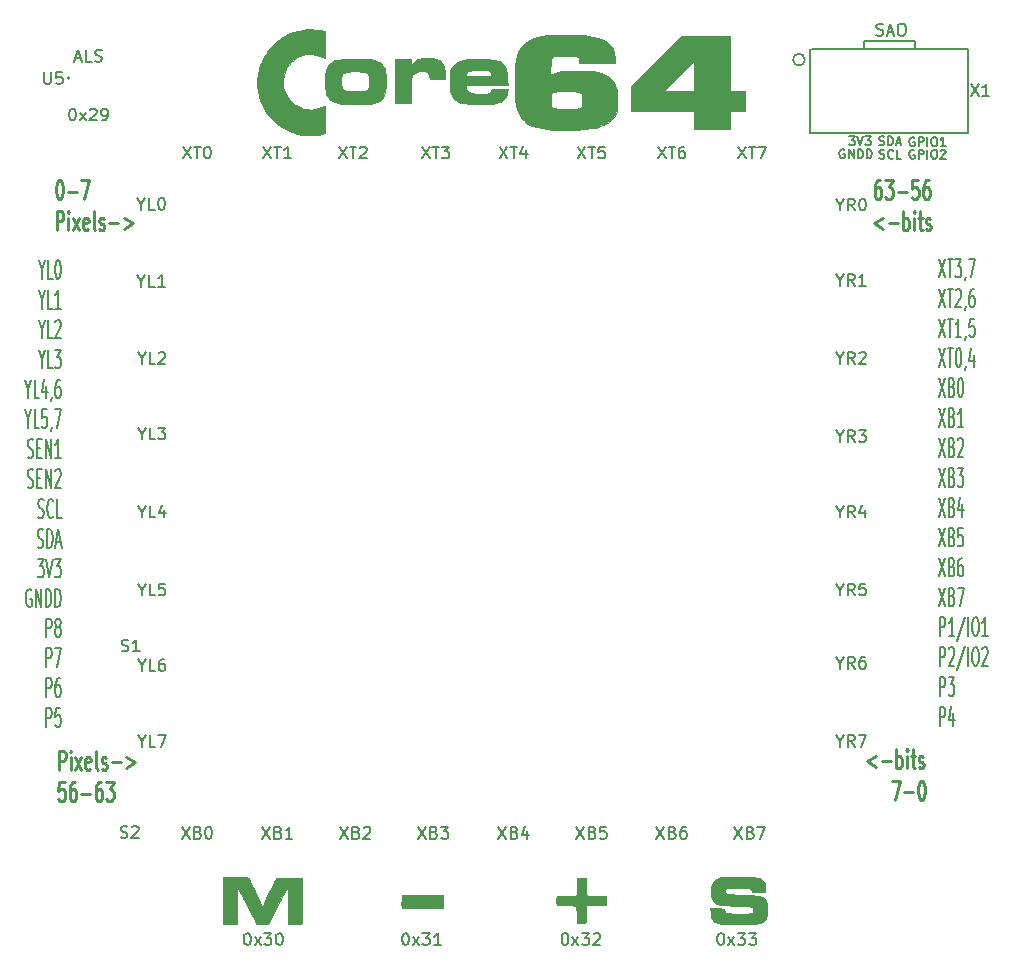
<source format=gto>
G04 #@! TF.GenerationSoftware,KiCad,Pcbnew,(5.1.2-1)-1*
G04 #@! TF.CreationDate,2020-08-22T16:28:59-05:00*
G04 #@! TF.ProjectId,Core64 CB v0.4,436f7265-3634-4204-9342-2076302e342e,0.3*
G04 #@! TF.SameCoordinates,Original*
G04 #@! TF.FileFunction,Legend,Top*
G04 #@! TF.FilePolarity,Positive*
%FSLAX46Y46*%
G04 Gerber Fmt 4.6, Leading zero omitted, Abs format (unit mm)*
G04 Created by KiCad (PCBNEW (5.1.2-1)-1) date 2020-08-22 16:28:59*
%MOMM*%
%LPD*%
G04 APERTURE LIST*
%ADD10C,0.160000*%
%ADD11C,0.250000*%
%ADD12C,0.150000*%
%ADD13C,0.010000*%
%ADD14C,0.152400*%
G04 APERTURE END LIST*
D10*
X18510238Y-37302380D02*
X18605476Y-37302380D01*
X18700714Y-37350000D01*
X18748333Y-37397619D01*
X18795952Y-37492857D01*
X18843571Y-37683333D01*
X18843571Y-37921428D01*
X18795952Y-38111904D01*
X18748333Y-38207142D01*
X18700714Y-38254761D01*
X18605476Y-38302380D01*
X18510238Y-38302380D01*
X18415000Y-38254761D01*
X18367380Y-38207142D01*
X18319761Y-38111904D01*
X18272142Y-37921428D01*
X18272142Y-37683333D01*
X18319761Y-37492857D01*
X18367380Y-37397619D01*
X18415000Y-37350000D01*
X18510238Y-37302380D01*
X19176904Y-38302380D02*
X19700714Y-37635714D01*
X19176904Y-37635714D02*
X19700714Y-38302380D01*
X19986428Y-37302380D02*
X20605476Y-37302380D01*
X20272142Y-37683333D01*
X20415000Y-37683333D01*
X20510238Y-37730952D01*
X20557857Y-37778571D01*
X20605476Y-37873809D01*
X20605476Y-38111904D01*
X20557857Y-38207142D01*
X20510238Y-38254761D01*
X20415000Y-38302380D01*
X20129285Y-38302380D01*
X20034047Y-38254761D01*
X19986428Y-38207142D01*
X20938809Y-37302380D02*
X21557857Y-37302380D01*
X21224523Y-37683333D01*
X21367380Y-37683333D01*
X21462619Y-37730952D01*
X21510238Y-37778571D01*
X21557857Y-37873809D01*
X21557857Y-38111904D01*
X21510238Y-38207142D01*
X21462619Y-38254761D01*
X21367380Y-38302380D01*
X21081666Y-38302380D01*
X20986428Y-38254761D01*
X20938809Y-38207142D01*
X5310238Y-37302380D02*
X5405476Y-37302380D01*
X5500714Y-37350000D01*
X5548333Y-37397619D01*
X5595952Y-37492857D01*
X5643571Y-37683333D01*
X5643571Y-37921428D01*
X5595952Y-38111904D01*
X5548333Y-38207142D01*
X5500714Y-38254761D01*
X5405476Y-38302380D01*
X5310238Y-38302380D01*
X5214999Y-38254761D01*
X5167380Y-38207142D01*
X5119761Y-38111904D01*
X5072142Y-37921428D01*
X5072142Y-37683333D01*
X5119761Y-37492857D01*
X5167380Y-37397619D01*
X5214999Y-37350000D01*
X5310238Y-37302380D01*
X5976904Y-38302380D02*
X6500714Y-37635714D01*
X5976904Y-37635714D02*
X6500714Y-38302380D01*
X6786428Y-37302380D02*
X7405476Y-37302380D01*
X7072142Y-37683333D01*
X7214999Y-37683333D01*
X7310238Y-37730952D01*
X7357857Y-37778571D01*
X7405476Y-37873809D01*
X7405476Y-38111904D01*
X7357857Y-38207142D01*
X7310238Y-38254761D01*
X7214999Y-38302380D01*
X6929285Y-38302380D01*
X6834047Y-38254761D01*
X6786428Y-38207142D01*
X7786428Y-37397619D02*
X7834047Y-37350000D01*
X7929285Y-37302380D01*
X8167380Y-37302380D01*
X8262619Y-37350000D01*
X8310238Y-37397619D01*
X8357857Y-37492857D01*
X8357857Y-37588095D01*
X8310238Y-37730952D01*
X7738809Y-38302380D01*
X8357857Y-38302380D01*
X-8189761Y-37302380D02*
X-8094523Y-37302380D01*
X-7999285Y-37350000D01*
X-7951666Y-37397619D01*
X-7904047Y-37492857D01*
X-7856428Y-37683333D01*
X-7856428Y-37921428D01*
X-7904047Y-38111904D01*
X-7951666Y-38207142D01*
X-7999285Y-38254761D01*
X-8094523Y-38302380D01*
X-8189761Y-38302380D01*
X-8285000Y-38254761D01*
X-8332619Y-38207142D01*
X-8380238Y-38111904D01*
X-8427857Y-37921428D01*
X-8427857Y-37683333D01*
X-8380238Y-37492857D01*
X-8332619Y-37397619D01*
X-8285000Y-37350000D01*
X-8189761Y-37302380D01*
X-7523095Y-38302380D02*
X-6999285Y-37635714D01*
X-7523095Y-37635714D02*
X-6999285Y-38302380D01*
X-6713571Y-37302380D02*
X-6094523Y-37302380D01*
X-6427857Y-37683333D01*
X-6285000Y-37683333D01*
X-6189761Y-37730952D01*
X-6142142Y-37778571D01*
X-6094523Y-37873809D01*
X-6094523Y-38111904D01*
X-6142142Y-38207142D01*
X-6189761Y-38254761D01*
X-6285000Y-38302380D01*
X-6570714Y-38302380D01*
X-6665952Y-38254761D01*
X-6713571Y-38207142D01*
X-5142142Y-38302380D02*
X-5713571Y-38302380D01*
X-5427857Y-38302380D02*
X-5427857Y-37302380D01*
X-5523095Y-37445238D01*
X-5618333Y-37540476D01*
X-5713571Y-37588095D01*
X-21589761Y-37302380D02*
X-21494523Y-37302380D01*
X-21399285Y-37350000D01*
X-21351666Y-37397619D01*
X-21304047Y-37492857D01*
X-21256428Y-37683333D01*
X-21256428Y-37921428D01*
X-21304047Y-38111904D01*
X-21351666Y-38207142D01*
X-21399285Y-38254761D01*
X-21494523Y-38302380D01*
X-21589761Y-38302380D01*
X-21685000Y-38254761D01*
X-21732619Y-38207142D01*
X-21780238Y-38111904D01*
X-21827857Y-37921428D01*
X-21827857Y-37683333D01*
X-21780238Y-37492857D01*
X-21732619Y-37397619D01*
X-21685000Y-37350000D01*
X-21589761Y-37302380D01*
X-20923095Y-38302380D02*
X-20399285Y-37635714D01*
X-20923095Y-37635714D02*
X-20399285Y-38302380D01*
X-20113571Y-37302380D02*
X-19494523Y-37302380D01*
X-19827857Y-37683333D01*
X-19685000Y-37683333D01*
X-19589761Y-37730952D01*
X-19542142Y-37778571D01*
X-19494523Y-37873809D01*
X-19494523Y-38111904D01*
X-19542142Y-38207142D01*
X-19589761Y-38254761D01*
X-19685000Y-38302380D01*
X-19970714Y-38302380D01*
X-20065952Y-38254761D01*
X-20113571Y-38207142D01*
X-18875476Y-37302380D02*
X-18780238Y-37302380D01*
X-18685000Y-37350000D01*
X-18637380Y-37397619D01*
X-18589761Y-37492857D01*
X-18542142Y-37683333D01*
X-18542142Y-37921428D01*
X-18589761Y-38111904D01*
X-18637380Y-38207142D01*
X-18685000Y-38254761D01*
X-18780238Y-38302380D01*
X-18875476Y-38302380D01*
X-18970714Y-38254761D01*
X-19018333Y-38207142D01*
X-19065952Y-38111904D01*
X-19113571Y-37921428D01*
X-19113571Y-37683333D01*
X-19065952Y-37492857D01*
X-19018333Y-37397619D01*
X-18970714Y-37350000D01*
X-18875476Y-37302380D01*
X-38941380Y18862619D02*
X-38941380Y18110238D01*
X-39208047Y19690238D02*
X-38941380Y18862619D01*
X-38674714Y19690238D01*
X-38027095Y18110238D02*
X-38408047Y18110238D01*
X-38408047Y19690238D01*
X-37608047Y19690238D02*
X-37531857Y19690238D01*
X-37455666Y19615000D01*
X-37417571Y19539761D01*
X-37379476Y19389285D01*
X-37341380Y19088333D01*
X-37341380Y18712142D01*
X-37379476Y18411190D01*
X-37417571Y18260714D01*
X-37455666Y18185476D01*
X-37531857Y18110238D01*
X-37608047Y18110238D01*
X-37684238Y18185476D01*
X-37722333Y18260714D01*
X-37760428Y18411190D01*
X-37798523Y18712142D01*
X-37798523Y19088333D01*
X-37760428Y19389285D01*
X-37722333Y19539761D01*
X-37684238Y19615000D01*
X-37608047Y19690238D01*
X-38941380Y16332619D02*
X-38941380Y15580238D01*
X-39208047Y17160238D02*
X-38941380Y16332619D01*
X-38674714Y17160238D01*
X-38027095Y15580238D02*
X-38408047Y15580238D01*
X-38408047Y17160238D01*
X-37341380Y15580238D02*
X-37798523Y15580238D01*
X-37569952Y15580238D02*
X-37569952Y17160238D01*
X-37646142Y16934523D01*
X-37722333Y16784047D01*
X-37798523Y16708809D01*
X-38941380Y13802619D02*
X-38941380Y13050238D01*
X-39208047Y14630238D02*
X-38941380Y13802619D01*
X-38674714Y14630238D01*
X-38027095Y13050238D02*
X-38408047Y13050238D01*
X-38408047Y14630238D01*
X-37798523Y14479761D02*
X-37760428Y14555000D01*
X-37684238Y14630238D01*
X-37493761Y14630238D01*
X-37417571Y14555000D01*
X-37379476Y14479761D01*
X-37341380Y14329285D01*
X-37341380Y14178809D01*
X-37379476Y13953095D01*
X-37836619Y13050238D01*
X-37341380Y13050238D01*
X-38941380Y11272619D02*
X-38941380Y10520238D01*
X-39208047Y12100238D02*
X-38941380Y11272619D01*
X-38674714Y12100238D01*
X-38027095Y10520238D02*
X-38408047Y10520238D01*
X-38408047Y12100238D01*
X-37836619Y12100238D02*
X-37341380Y12100238D01*
X-37608047Y11498333D01*
X-37493761Y11498333D01*
X-37417571Y11423095D01*
X-37379476Y11347857D01*
X-37341380Y11197380D01*
X-37341380Y10821190D01*
X-37379476Y10670714D01*
X-37417571Y10595476D01*
X-37493761Y10520238D01*
X-37722333Y10520238D01*
X-37798523Y10595476D01*
X-37836619Y10670714D01*
X-40084238Y8742619D02*
X-40084238Y7990238D01*
X-40350904Y9570238D02*
X-40084238Y8742619D01*
X-39817571Y9570238D01*
X-39169952Y7990238D02*
X-39550904Y7990238D01*
X-39550904Y9570238D01*
X-38560428Y9043571D02*
X-38560428Y7990238D01*
X-38750904Y9645476D02*
X-38941380Y8516904D01*
X-38446142Y8516904D01*
X-38103285Y8065476D02*
X-38103285Y7990238D01*
X-38141380Y7839761D01*
X-38179476Y7764523D01*
X-37417571Y9570238D02*
X-37569952Y9570238D01*
X-37646142Y9495000D01*
X-37684238Y9419761D01*
X-37760428Y9194047D01*
X-37798523Y8893095D01*
X-37798523Y8291190D01*
X-37760428Y8140714D01*
X-37722333Y8065476D01*
X-37646142Y7990238D01*
X-37493761Y7990238D01*
X-37417571Y8065476D01*
X-37379476Y8140714D01*
X-37341380Y8291190D01*
X-37341380Y8667380D01*
X-37379476Y8817857D01*
X-37417571Y8893095D01*
X-37493761Y8968333D01*
X-37646142Y8968333D01*
X-37722333Y8893095D01*
X-37760428Y8817857D01*
X-37798523Y8667380D01*
X-40084238Y6212619D02*
X-40084238Y5460238D01*
X-40350904Y7040238D02*
X-40084238Y6212619D01*
X-39817571Y7040238D01*
X-39169952Y5460238D02*
X-39550904Y5460238D01*
X-39550904Y7040238D01*
X-38522333Y7040238D02*
X-38903285Y7040238D01*
X-38941380Y6287857D01*
X-38903285Y6363095D01*
X-38827095Y6438333D01*
X-38636619Y6438333D01*
X-38560428Y6363095D01*
X-38522333Y6287857D01*
X-38484238Y6137380D01*
X-38484238Y5761190D01*
X-38522333Y5610714D01*
X-38560428Y5535476D01*
X-38636619Y5460238D01*
X-38827095Y5460238D01*
X-38903285Y5535476D01*
X-38941380Y5610714D01*
X-38103285Y5535476D02*
X-38103285Y5460238D01*
X-38141380Y5309761D01*
X-38179476Y5234523D01*
X-37836619Y7040238D02*
X-37303285Y7040238D01*
X-37646142Y5460238D01*
X-40122333Y3005476D02*
X-40008047Y2930238D01*
X-39817571Y2930238D01*
X-39741380Y3005476D01*
X-39703285Y3080714D01*
X-39665190Y3231190D01*
X-39665190Y3381666D01*
X-39703285Y3532142D01*
X-39741380Y3607380D01*
X-39817571Y3682619D01*
X-39969952Y3757857D01*
X-40046142Y3833095D01*
X-40084238Y3908333D01*
X-40122333Y4058809D01*
X-40122333Y4209285D01*
X-40084238Y4359761D01*
X-40046142Y4435000D01*
X-39969952Y4510238D01*
X-39779476Y4510238D01*
X-39665190Y4435000D01*
X-39322333Y3757857D02*
X-39055666Y3757857D01*
X-38941380Y2930238D02*
X-39322333Y2930238D01*
X-39322333Y4510238D01*
X-38941380Y4510238D01*
X-38598523Y2930238D02*
X-38598523Y4510238D01*
X-38141380Y2930238D01*
X-38141380Y4510238D01*
X-37341380Y2930238D02*
X-37798523Y2930238D01*
X-37569952Y2930238D02*
X-37569952Y4510238D01*
X-37646142Y4284523D01*
X-37722333Y4134047D01*
X-37798523Y4058809D01*
X-40122333Y475476D02*
X-40008047Y400238D01*
X-39817571Y400238D01*
X-39741380Y475476D01*
X-39703285Y550714D01*
X-39665190Y701190D01*
X-39665190Y851666D01*
X-39703285Y1002142D01*
X-39741380Y1077380D01*
X-39817571Y1152619D01*
X-39969952Y1227857D01*
X-40046142Y1303095D01*
X-40084238Y1378333D01*
X-40122333Y1528809D01*
X-40122333Y1679285D01*
X-40084238Y1829761D01*
X-40046142Y1905000D01*
X-39969952Y1980238D01*
X-39779476Y1980238D01*
X-39665190Y1905000D01*
X-39322333Y1227857D02*
X-39055666Y1227857D01*
X-38941380Y400238D02*
X-39322333Y400238D01*
X-39322333Y1980238D01*
X-38941380Y1980238D01*
X-38598523Y400238D02*
X-38598523Y1980238D01*
X-38141380Y400238D01*
X-38141380Y1980238D01*
X-37798523Y1829761D02*
X-37760428Y1905000D01*
X-37684238Y1980238D01*
X-37493761Y1980238D01*
X-37417571Y1905000D01*
X-37379476Y1829761D01*
X-37341380Y1679285D01*
X-37341380Y1528809D01*
X-37379476Y1303095D01*
X-37836619Y400238D01*
X-37341380Y400238D01*
X-39246142Y-2054523D02*
X-39131857Y-2129761D01*
X-38941380Y-2129761D01*
X-38865190Y-2054523D01*
X-38827095Y-1979285D01*
X-38789000Y-1828809D01*
X-38789000Y-1678333D01*
X-38827095Y-1527857D01*
X-38865190Y-1452619D01*
X-38941380Y-1377380D01*
X-39093761Y-1302142D01*
X-39169952Y-1226904D01*
X-39208047Y-1151666D01*
X-39246142Y-1001190D01*
X-39246142Y-850714D01*
X-39208047Y-700238D01*
X-39169952Y-625000D01*
X-39093761Y-549761D01*
X-38903285Y-549761D01*
X-38789000Y-625000D01*
X-37989000Y-1979285D02*
X-38027095Y-2054523D01*
X-38141380Y-2129761D01*
X-38217571Y-2129761D01*
X-38331857Y-2054523D01*
X-38408047Y-1904047D01*
X-38446142Y-1753571D01*
X-38484238Y-1452619D01*
X-38484238Y-1226904D01*
X-38446142Y-925952D01*
X-38408047Y-775476D01*
X-38331857Y-625000D01*
X-38217571Y-549761D01*
X-38141380Y-549761D01*
X-38027095Y-625000D01*
X-37989000Y-700238D01*
X-37265190Y-2129761D02*
X-37646142Y-2129761D01*
X-37646142Y-549761D01*
X-39284238Y-4584523D02*
X-39169952Y-4659761D01*
X-38979476Y-4659761D01*
X-38903285Y-4584523D01*
X-38865190Y-4509285D01*
X-38827095Y-4358809D01*
X-38827095Y-4208333D01*
X-38865190Y-4057857D01*
X-38903285Y-3982619D01*
X-38979476Y-3907380D01*
X-39131857Y-3832142D01*
X-39208047Y-3756904D01*
X-39246142Y-3681666D01*
X-39284238Y-3531190D01*
X-39284238Y-3380714D01*
X-39246142Y-3230238D01*
X-39208047Y-3155000D01*
X-39131857Y-3079761D01*
X-38941380Y-3079761D01*
X-38827095Y-3155000D01*
X-38484238Y-4659761D02*
X-38484238Y-3079761D01*
X-38293761Y-3079761D01*
X-38179476Y-3155000D01*
X-38103285Y-3305476D01*
X-38065190Y-3455952D01*
X-38027095Y-3756904D01*
X-38027095Y-3982619D01*
X-38065190Y-4283571D01*
X-38103285Y-4434047D01*
X-38179476Y-4584523D01*
X-38293761Y-4659761D01*
X-38484238Y-4659761D01*
X-37722333Y-4208333D02*
X-37341380Y-4208333D01*
X-37798523Y-4659761D02*
X-37531857Y-3079761D01*
X-37265190Y-4659761D01*
X-39284238Y-5609761D02*
X-38789000Y-5609761D01*
X-39055666Y-6211666D01*
X-38941380Y-6211666D01*
X-38865190Y-6286904D01*
X-38827095Y-6362142D01*
X-38789000Y-6512619D01*
X-38789000Y-6888809D01*
X-38827095Y-7039285D01*
X-38865190Y-7114523D01*
X-38941380Y-7189761D01*
X-39169952Y-7189761D01*
X-39246142Y-7114523D01*
X-39284238Y-7039285D01*
X-38560428Y-5609761D02*
X-38293761Y-7189761D01*
X-38027095Y-5609761D01*
X-37836619Y-5609761D02*
X-37341380Y-5609761D01*
X-37608047Y-6211666D01*
X-37493761Y-6211666D01*
X-37417571Y-6286904D01*
X-37379476Y-6362142D01*
X-37341380Y-6512619D01*
X-37341380Y-6888809D01*
X-37379476Y-7039285D01*
X-37417571Y-7114523D01*
X-37493761Y-7189761D01*
X-37722333Y-7189761D01*
X-37798523Y-7114523D01*
X-37836619Y-7039285D01*
X-39817571Y-8215000D02*
X-39893761Y-8139761D01*
X-40008047Y-8139761D01*
X-40122333Y-8215000D01*
X-40198523Y-8365476D01*
X-40236619Y-8515952D01*
X-40274714Y-8816904D01*
X-40274714Y-9042619D01*
X-40236619Y-9343571D01*
X-40198523Y-9494047D01*
X-40122333Y-9644523D01*
X-40008047Y-9719761D01*
X-39931857Y-9719761D01*
X-39817571Y-9644523D01*
X-39779476Y-9569285D01*
X-39779476Y-9042619D01*
X-39931857Y-9042619D01*
X-39436619Y-9719761D02*
X-39436619Y-8139761D01*
X-38979476Y-9719761D01*
X-38979476Y-8139761D01*
X-38598523Y-9719761D02*
X-38598523Y-8139761D01*
X-38408047Y-8139761D01*
X-38293761Y-8215000D01*
X-38217571Y-8365476D01*
X-38179476Y-8515952D01*
X-38141380Y-8816904D01*
X-38141380Y-9042619D01*
X-38179476Y-9343571D01*
X-38217571Y-9494047D01*
X-38293761Y-9644523D01*
X-38408047Y-9719761D01*
X-38598523Y-9719761D01*
X-37798523Y-9719761D02*
X-37798523Y-8139761D01*
X-37608047Y-8139761D01*
X-37493761Y-8215000D01*
X-37417571Y-8365476D01*
X-37379476Y-8515952D01*
X-37341380Y-8816904D01*
X-37341380Y-9042619D01*
X-37379476Y-9343571D01*
X-37417571Y-9494047D01*
X-37493761Y-9644523D01*
X-37608047Y-9719761D01*
X-37798523Y-9719761D01*
X-38560428Y-12249761D02*
X-38560428Y-10669761D01*
X-38255666Y-10669761D01*
X-38179476Y-10745000D01*
X-38141380Y-10820238D01*
X-38103285Y-10970714D01*
X-38103285Y-11196428D01*
X-38141380Y-11346904D01*
X-38179476Y-11422142D01*
X-38255666Y-11497380D01*
X-38560428Y-11497380D01*
X-37646142Y-11346904D02*
X-37722333Y-11271666D01*
X-37760428Y-11196428D01*
X-37798523Y-11045952D01*
X-37798523Y-10970714D01*
X-37760428Y-10820238D01*
X-37722333Y-10745000D01*
X-37646142Y-10669761D01*
X-37493761Y-10669761D01*
X-37417571Y-10745000D01*
X-37379476Y-10820238D01*
X-37341380Y-10970714D01*
X-37341380Y-11045952D01*
X-37379476Y-11196428D01*
X-37417571Y-11271666D01*
X-37493761Y-11346904D01*
X-37646142Y-11346904D01*
X-37722333Y-11422142D01*
X-37760428Y-11497380D01*
X-37798523Y-11647857D01*
X-37798523Y-11948809D01*
X-37760428Y-12099285D01*
X-37722333Y-12174523D01*
X-37646142Y-12249761D01*
X-37493761Y-12249761D01*
X-37417571Y-12174523D01*
X-37379476Y-12099285D01*
X-37341380Y-11948809D01*
X-37341380Y-11647857D01*
X-37379476Y-11497380D01*
X-37417571Y-11422142D01*
X-37493761Y-11346904D01*
X-38560428Y-14779761D02*
X-38560428Y-13199761D01*
X-38255666Y-13199761D01*
X-38179476Y-13275000D01*
X-38141380Y-13350238D01*
X-38103285Y-13500714D01*
X-38103285Y-13726428D01*
X-38141380Y-13876904D01*
X-38179476Y-13952142D01*
X-38255666Y-14027380D01*
X-38560428Y-14027380D01*
X-37836619Y-13199761D02*
X-37303285Y-13199761D01*
X-37646142Y-14779761D01*
X-38560428Y-17309761D02*
X-38560428Y-15729761D01*
X-38255666Y-15729761D01*
X-38179476Y-15805000D01*
X-38141380Y-15880238D01*
X-38103285Y-16030714D01*
X-38103285Y-16256428D01*
X-38141380Y-16406904D01*
X-38179476Y-16482142D01*
X-38255666Y-16557380D01*
X-38560428Y-16557380D01*
X-37417571Y-15729761D02*
X-37569952Y-15729761D01*
X-37646142Y-15805000D01*
X-37684238Y-15880238D01*
X-37760428Y-16105952D01*
X-37798523Y-16406904D01*
X-37798523Y-17008809D01*
X-37760428Y-17159285D01*
X-37722333Y-17234523D01*
X-37646142Y-17309761D01*
X-37493761Y-17309761D01*
X-37417571Y-17234523D01*
X-37379476Y-17159285D01*
X-37341380Y-17008809D01*
X-37341380Y-16632619D01*
X-37379476Y-16482142D01*
X-37417571Y-16406904D01*
X-37493761Y-16331666D01*
X-37646142Y-16331666D01*
X-37722333Y-16406904D01*
X-37760428Y-16482142D01*
X-37798523Y-16632619D01*
X-38560428Y-19839761D02*
X-38560428Y-18259761D01*
X-38255666Y-18259761D01*
X-38179476Y-18335000D01*
X-38141380Y-18410238D01*
X-38103285Y-18560714D01*
X-38103285Y-18786428D01*
X-38141380Y-18936904D01*
X-38179476Y-19012142D01*
X-38255666Y-19087380D01*
X-38560428Y-19087380D01*
X-37379476Y-18259761D02*
X-37760428Y-18259761D01*
X-37798523Y-19012142D01*
X-37760428Y-18936904D01*
X-37684238Y-18861666D01*
X-37493761Y-18861666D01*
X-37417571Y-18936904D01*
X-37379476Y-19012142D01*
X-37341380Y-19162619D01*
X-37341380Y-19538809D01*
X-37379476Y-19689285D01*
X-37417571Y-19764523D01*
X-37493761Y-19839761D01*
X-37684238Y-19839761D01*
X-37760428Y-19764523D01*
X-37798523Y-19689285D01*
X-36104047Y36773333D02*
X-35627857Y36773333D01*
X-36199285Y36487619D02*
X-35865952Y37487619D01*
X-35532619Y36487619D01*
X-34723095Y36487619D02*
X-35199285Y36487619D01*
X-35199285Y37487619D01*
X-34437380Y36535238D02*
X-34294523Y36487619D01*
X-34056428Y36487619D01*
X-33961190Y36535238D01*
X-33913571Y36582857D01*
X-33865952Y36678095D01*
X-33865952Y36773333D01*
X-33913571Y36868571D01*
X-33961190Y36916190D01*
X-34056428Y36963809D01*
X-34246904Y37011428D01*
X-34342142Y37059047D01*
X-34389761Y37106666D01*
X-34437380Y37201904D01*
X-34437380Y37297142D01*
X-34389761Y37392380D01*
X-34342142Y37440000D01*
X-34246904Y37487619D01*
X-34008809Y37487619D01*
X-33865952Y37440000D01*
X-36389761Y32507619D02*
X-36294523Y32507619D01*
X-36199285Y32460000D01*
X-36151666Y32412380D01*
X-36104047Y32317142D01*
X-36056428Y32126666D01*
X-36056428Y31888571D01*
X-36104047Y31698095D01*
X-36151666Y31602857D01*
X-36199285Y31555238D01*
X-36294523Y31507619D01*
X-36389761Y31507619D01*
X-36485000Y31555238D01*
X-36532619Y31602857D01*
X-36580238Y31698095D01*
X-36627857Y31888571D01*
X-36627857Y32126666D01*
X-36580238Y32317142D01*
X-36532619Y32412380D01*
X-36485000Y32460000D01*
X-36389761Y32507619D01*
X-35723095Y31507619D02*
X-35199285Y32174285D01*
X-35723095Y32174285D02*
X-35199285Y31507619D01*
X-34865952Y32412380D02*
X-34818333Y32460000D01*
X-34723095Y32507619D01*
X-34485000Y32507619D01*
X-34389761Y32460000D01*
X-34342142Y32412380D01*
X-34294523Y32317142D01*
X-34294523Y32221904D01*
X-34342142Y32079047D01*
X-34913571Y31507619D01*
X-34294523Y31507619D01*
X-33818333Y31507619D02*
X-33627857Y31507619D01*
X-33532619Y31555238D01*
X-33485000Y31602857D01*
X-33389761Y31745714D01*
X-33342142Y31936190D01*
X-33342142Y32317142D01*
X-33389761Y32412380D01*
X-33437380Y32460000D01*
X-33532619Y32507619D01*
X-33723095Y32507619D01*
X-33818333Y32460000D01*
X-33865952Y32412380D01*
X-33913571Y32317142D01*
X-33913571Y32079047D01*
X-33865952Y31983809D01*
X-33818333Y31936190D01*
X-33723095Y31888571D01*
X-33532619Y31888571D01*
X-33437380Y31936190D01*
X-33389761Y31983809D01*
X-33342142Y32079047D01*
D11*
X32057857Y26451190D02*
X31867380Y26451190D01*
X31772142Y26375000D01*
X31724523Y26298809D01*
X31629285Y26070238D01*
X31581666Y25765476D01*
X31581666Y25155952D01*
X31629285Y25003571D01*
X31676904Y24927380D01*
X31772142Y24851190D01*
X31962619Y24851190D01*
X32057857Y24927380D01*
X32105476Y25003571D01*
X32153095Y25155952D01*
X32153095Y25536904D01*
X32105476Y25689285D01*
X32057857Y25765476D01*
X31962619Y25841666D01*
X31772142Y25841666D01*
X31676904Y25765476D01*
X31629285Y25689285D01*
X31581666Y25536904D01*
X32486428Y26451190D02*
X33105476Y26451190D01*
X32772142Y25841666D01*
X32915000Y25841666D01*
X33010238Y25765476D01*
X33057857Y25689285D01*
X33105476Y25536904D01*
X33105476Y25155952D01*
X33057857Y25003571D01*
X33010238Y24927380D01*
X32915000Y24851190D01*
X32629285Y24851190D01*
X32534047Y24927380D01*
X32486428Y25003571D01*
X33534047Y25460714D02*
X34295952Y25460714D01*
X35248333Y26451190D02*
X34772142Y26451190D01*
X34724523Y25689285D01*
X34772142Y25765476D01*
X34867380Y25841666D01*
X35105476Y25841666D01*
X35200714Y25765476D01*
X35248333Y25689285D01*
X35295952Y25536904D01*
X35295952Y25155952D01*
X35248333Y25003571D01*
X35200714Y24927380D01*
X35105476Y24851190D01*
X34867380Y24851190D01*
X34772142Y24927380D01*
X34724523Y25003571D01*
X36153095Y26451190D02*
X35962619Y26451190D01*
X35867380Y26375000D01*
X35819761Y26298809D01*
X35724523Y26070238D01*
X35676904Y25765476D01*
X35676904Y25155952D01*
X35724523Y25003571D01*
X35772142Y24927380D01*
X35867380Y24851190D01*
X36057857Y24851190D01*
X36153095Y24927380D01*
X36200714Y25003571D01*
X36248333Y25155952D01*
X36248333Y25536904D01*
X36200714Y25689285D01*
X36153095Y25765476D01*
X36057857Y25841666D01*
X35867380Y25841666D01*
X35772142Y25765476D01*
X35724523Y25689285D01*
X35676904Y25536904D01*
X32295952Y23267857D02*
X31534047Y22810714D01*
X32295952Y22353571D01*
X32772142Y22810714D02*
X33534047Y22810714D01*
X34010238Y22201190D02*
X34010238Y23801190D01*
X34010238Y23191666D02*
X34105476Y23267857D01*
X34295952Y23267857D01*
X34391190Y23191666D01*
X34438809Y23115476D01*
X34486428Y22963095D01*
X34486428Y22505952D01*
X34438809Y22353571D01*
X34391190Y22277380D01*
X34295952Y22201190D01*
X34105476Y22201190D01*
X34010238Y22277380D01*
X34915000Y22201190D02*
X34915000Y23267857D01*
X34915000Y23801190D02*
X34867380Y23725000D01*
X34915000Y23648809D01*
X34962619Y23725000D01*
X34915000Y23801190D01*
X34915000Y23648809D01*
X35248333Y23267857D02*
X35629285Y23267857D01*
X35391190Y23801190D02*
X35391190Y22429761D01*
X35438809Y22277380D01*
X35534047Y22201190D01*
X35629285Y22201190D01*
X35915000Y22277380D02*
X36010238Y22201190D01*
X36200714Y22201190D01*
X36295952Y22277380D01*
X36343571Y22429761D01*
X36343571Y22505952D01*
X36295952Y22658333D01*
X36200714Y22734523D01*
X36057857Y22734523D01*
X35962619Y22810714D01*
X35915000Y22963095D01*
X35915000Y23039285D01*
X35962619Y23191666D01*
X36057857Y23267857D01*
X36200714Y23267857D01*
X36295952Y23191666D01*
X31695952Y-22282142D02*
X30934047Y-22739285D01*
X31695952Y-23196428D01*
X32172142Y-22739285D02*
X32934047Y-22739285D01*
X33410238Y-23348809D02*
X33410238Y-21748809D01*
X33410238Y-22358333D02*
X33505476Y-22282142D01*
X33695952Y-22282142D01*
X33791190Y-22358333D01*
X33838809Y-22434523D01*
X33886428Y-22586904D01*
X33886428Y-23044047D01*
X33838809Y-23196428D01*
X33791190Y-23272619D01*
X33695952Y-23348809D01*
X33505476Y-23348809D01*
X33410238Y-23272619D01*
X34315000Y-23348809D02*
X34315000Y-22282142D01*
X34315000Y-21748809D02*
X34267380Y-21825000D01*
X34315000Y-21901190D01*
X34362619Y-21825000D01*
X34315000Y-21748809D01*
X34315000Y-21901190D01*
X34648333Y-22282142D02*
X35029285Y-22282142D01*
X34791190Y-21748809D02*
X34791190Y-23120238D01*
X34838809Y-23272619D01*
X34934047Y-23348809D01*
X35029285Y-23348809D01*
X35315000Y-23272619D02*
X35410238Y-23348809D01*
X35600714Y-23348809D01*
X35695952Y-23272619D01*
X35743571Y-23120238D01*
X35743571Y-23044047D01*
X35695952Y-22891666D01*
X35600714Y-22815476D01*
X35457857Y-22815476D01*
X35362619Y-22739285D01*
X35315000Y-22586904D01*
X35315000Y-22510714D01*
X35362619Y-22358333D01*
X35457857Y-22282142D01*
X35600714Y-22282142D01*
X35695952Y-22358333D01*
X33029285Y-24398809D02*
X33695952Y-24398809D01*
X33267380Y-25998809D01*
X34076904Y-25389285D02*
X34838809Y-25389285D01*
X35505476Y-24398809D02*
X35600714Y-24398809D01*
X35695952Y-24475000D01*
X35743571Y-24551190D01*
X35791190Y-24703571D01*
X35838809Y-25008333D01*
X35838809Y-25389285D01*
X35791190Y-25694047D01*
X35743571Y-25846428D01*
X35695952Y-25922619D01*
X35600714Y-25998809D01*
X35505476Y-25998809D01*
X35410238Y-25922619D01*
X35362619Y-25846428D01*
X35315000Y-25694047D01*
X35267380Y-25389285D01*
X35267380Y-25008333D01*
X35315000Y-24703571D01*
X35362619Y-24551190D01*
X35410238Y-24475000D01*
X35505476Y-24398809D01*
X-37484404Y-23448809D02*
X-37484404Y-21848809D01*
X-37103452Y-21848809D01*
X-37008214Y-21925000D01*
X-36960595Y-22001190D01*
X-36912976Y-22153571D01*
X-36912976Y-22382142D01*
X-36960595Y-22534523D01*
X-37008214Y-22610714D01*
X-37103452Y-22686904D01*
X-37484404Y-22686904D01*
X-36484404Y-23448809D02*
X-36484404Y-22382142D01*
X-36484404Y-21848809D02*
X-36532023Y-21925000D01*
X-36484404Y-22001190D01*
X-36436785Y-21925000D01*
X-36484404Y-21848809D01*
X-36484404Y-22001190D01*
X-36103452Y-23448809D02*
X-35579642Y-22382142D01*
X-36103452Y-22382142D02*
X-35579642Y-23448809D01*
X-34817738Y-23372619D02*
X-34912976Y-23448809D01*
X-35103452Y-23448809D01*
X-35198690Y-23372619D01*
X-35246309Y-23220238D01*
X-35246309Y-22610714D01*
X-35198690Y-22458333D01*
X-35103452Y-22382142D01*
X-34912976Y-22382142D01*
X-34817738Y-22458333D01*
X-34770119Y-22610714D01*
X-34770119Y-22763095D01*
X-35246309Y-22915476D01*
X-34198690Y-23448809D02*
X-34293928Y-23372619D01*
X-34341547Y-23220238D01*
X-34341547Y-21848809D01*
X-33865357Y-23372619D02*
X-33770119Y-23448809D01*
X-33579642Y-23448809D01*
X-33484404Y-23372619D01*
X-33436785Y-23220238D01*
X-33436785Y-23144047D01*
X-33484404Y-22991666D01*
X-33579642Y-22915476D01*
X-33722500Y-22915476D01*
X-33817738Y-22839285D01*
X-33865357Y-22686904D01*
X-33865357Y-22610714D01*
X-33817738Y-22458333D01*
X-33722500Y-22382142D01*
X-33579642Y-22382142D01*
X-33484404Y-22458333D01*
X-33008214Y-22839285D02*
X-32246309Y-22839285D01*
X-31770119Y-22382142D02*
X-31008214Y-22839285D01*
X-31770119Y-23296428D01*
X-37008214Y-24498809D02*
X-37484404Y-24498809D01*
X-37532023Y-25260714D01*
X-37484404Y-25184523D01*
X-37389166Y-25108333D01*
X-37151071Y-25108333D01*
X-37055833Y-25184523D01*
X-37008214Y-25260714D01*
X-36960595Y-25413095D01*
X-36960595Y-25794047D01*
X-37008214Y-25946428D01*
X-37055833Y-26022619D01*
X-37151071Y-26098809D01*
X-37389166Y-26098809D01*
X-37484404Y-26022619D01*
X-37532023Y-25946428D01*
X-36103452Y-24498809D02*
X-36293928Y-24498809D01*
X-36389166Y-24575000D01*
X-36436785Y-24651190D01*
X-36532023Y-24879761D01*
X-36579642Y-25184523D01*
X-36579642Y-25794047D01*
X-36532023Y-25946428D01*
X-36484404Y-26022619D01*
X-36389166Y-26098809D01*
X-36198690Y-26098809D01*
X-36103452Y-26022619D01*
X-36055833Y-25946428D01*
X-36008214Y-25794047D01*
X-36008214Y-25413095D01*
X-36055833Y-25260714D01*
X-36103452Y-25184523D01*
X-36198690Y-25108333D01*
X-36389166Y-25108333D01*
X-36484404Y-25184523D01*
X-36532023Y-25260714D01*
X-36579642Y-25413095D01*
X-35579642Y-25489285D02*
X-34817738Y-25489285D01*
X-33912976Y-24498809D02*
X-34103452Y-24498809D01*
X-34198690Y-24575000D01*
X-34246309Y-24651190D01*
X-34341547Y-24879761D01*
X-34389166Y-25184523D01*
X-34389166Y-25794047D01*
X-34341547Y-25946428D01*
X-34293928Y-26022619D01*
X-34198690Y-26098809D01*
X-34008214Y-26098809D01*
X-33912976Y-26022619D01*
X-33865357Y-25946428D01*
X-33817738Y-25794047D01*
X-33817738Y-25413095D01*
X-33865357Y-25260714D01*
X-33912976Y-25184523D01*
X-34008214Y-25108333D01*
X-34198690Y-25108333D01*
X-34293928Y-25184523D01*
X-34341547Y-25260714D01*
X-34389166Y-25413095D01*
X-33484404Y-24498809D02*
X-32865357Y-24498809D01*
X-33198690Y-25108333D01*
X-33055833Y-25108333D01*
X-32960595Y-25184523D01*
X-32912976Y-25260714D01*
X-32865357Y-25413095D01*
X-32865357Y-25794047D01*
X-32912976Y-25946428D01*
X-32960595Y-26022619D01*
X-33055833Y-26098809D01*
X-33341547Y-26098809D01*
X-33436785Y-26022619D01*
X-33484404Y-25946428D01*
X-37493928Y26451190D02*
X-37398690Y26451190D01*
X-37303452Y26375000D01*
X-37255833Y26298809D01*
X-37208214Y26146428D01*
X-37160595Y25841666D01*
X-37160595Y25460714D01*
X-37208214Y25155952D01*
X-37255833Y25003571D01*
X-37303452Y24927380D01*
X-37398690Y24851190D01*
X-37493928Y24851190D01*
X-37589166Y24927380D01*
X-37636785Y25003571D01*
X-37684404Y25155952D01*
X-37732023Y25460714D01*
X-37732023Y25841666D01*
X-37684404Y26146428D01*
X-37636785Y26298809D01*
X-37589166Y26375000D01*
X-37493928Y26451190D01*
X-36732023Y25460714D02*
X-35970119Y25460714D01*
X-35589166Y26451190D02*
X-34922500Y26451190D01*
X-35351071Y24851190D01*
X-37684404Y22201190D02*
X-37684404Y23801190D01*
X-37303452Y23801190D01*
X-37208214Y23725000D01*
X-37160595Y23648809D01*
X-37112976Y23496428D01*
X-37112976Y23267857D01*
X-37160595Y23115476D01*
X-37208214Y23039285D01*
X-37303452Y22963095D01*
X-37684404Y22963095D01*
X-36684404Y22201190D02*
X-36684404Y23267857D01*
X-36684404Y23801190D02*
X-36732023Y23725000D01*
X-36684404Y23648809D01*
X-36636785Y23725000D01*
X-36684404Y23801190D01*
X-36684404Y23648809D01*
X-36303452Y22201190D02*
X-35779642Y23267857D01*
X-36303452Y23267857D02*
X-35779642Y22201190D01*
X-35017738Y22277380D02*
X-35112976Y22201190D01*
X-35303452Y22201190D01*
X-35398690Y22277380D01*
X-35446309Y22429761D01*
X-35446309Y23039285D01*
X-35398690Y23191666D01*
X-35303452Y23267857D01*
X-35112976Y23267857D01*
X-35017738Y23191666D01*
X-34970119Y23039285D01*
X-34970119Y22886904D01*
X-35446309Y22734523D01*
X-34398690Y22201190D02*
X-34493928Y22277380D01*
X-34541547Y22429761D01*
X-34541547Y23801190D01*
X-34065357Y22277380D02*
X-33970119Y22201190D01*
X-33779642Y22201190D01*
X-33684404Y22277380D01*
X-33636785Y22429761D01*
X-33636785Y22505952D01*
X-33684404Y22658333D01*
X-33779642Y22734523D01*
X-33922500Y22734523D01*
X-34017738Y22810714D01*
X-34065357Y22963095D01*
X-34065357Y23039285D01*
X-34017738Y23191666D01*
X-33922500Y23267857D01*
X-33779642Y23267857D01*
X-33684404Y23191666D01*
X-33208214Y22810714D02*
X-32446309Y22810714D01*
X-31970119Y23267857D02*
X-31208214Y22810714D01*
X-31970119Y22353571D01*
D10*
X37033285Y19790238D02*
X37566619Y18210238D01*
X37566619Y19790238D02*
X37033285Y18210238D01*
X37757095Y19790238D02*
X38214238Y19790238D01*
X37985666Y18210238D02*
X37985666Y19790238D01*
X38404714Y19790238D02*
X38899952Y19790238D01*
X38633285Y19188333D01*
X38747571Y19188333D01*
X38823761Y19113095D01*
X38861857Y19037857D01*
X38899952Y18887380D01*
X38899952Y18511190D01*
X38861857Y18360714D01*
X38823761Y18285476D01*
X38747571Y18210238D01*
X38519000Y18210238D01*
X38442809Y18285476D01*
X38404714Y18360714D01*
X39280904Y18285476D02*
X39280904Y18210238D01*
X39242809Y18059761D01*
X39204714Y17984523D01*
X39547571Y19790238D02*
X40080904Y19790238D01*
X39738047Y18210238D01*
X37033285Y17260238D02*
X37566619Y15680238D01*
X37566619Y17260238D02*
X37033285Y15680238D01*
X37757095Y17260238D02*
X38214238Y17260238D01*
X37985666Y15680238D02*
X37985666Y17260238D01*
X38442809Y17109761D02*
X38480904Y17185000D01*
X38557095Y17260238D01*
X38747571Y17260238D01*
X38823761Y17185000D01*
X38861857Y17109761D01*
X38899952Y16959285D01*
X38899952Y16808809D01*
X38861857Y16583095D01*
X38404714Y15680238D01*
X38899952Y15680238D01*
X39280904Y15755476D02*
X39280904Y15680238D01*
X39242809Y15529761D01*
X39204714Y15454523D01*
X39966619Y17260238D02*
X39814238Y17260238D01*
X39738047Y17185000D01*
X39699952Y17109761D01*
X39623761Y16884047D01*
X39585666Y16583095D01*
X39585666Y15981190D01*
X39623761Y15830714D01*
X39661857Y15755476D01*
X39738047Y15680238D01*
X39890428Y15680238D01*
X39966619Y15755476D01*
X40004714Y15830714D01*
X40042809Y15981190D01*
X40042809Y16357380D01*
X40004714Y16507857D01*
X39966619Y16583095D01*
X39890428Y16658333D01*
X39738047Y16658333D01*
X39661857Y16583095D01*
X39623761Y16507857D01*
X39585666Y16357380D01*
X37033285Y14730238D02*
X37566619Y13150238D01*
X37566619Y14730238D02*
X37033285Y13150238D01*
X37757095Y14730238D02*
X38214238Y14730238D01*
X37985666Y13150238D02*
X37985666Y14730238D01*
X38899952Y13150238D02*
X38442809Y13150238D01*
X38671380Y13150238D02*
X38671380Y14730238D01*
X38595190Y14504523D01*
X38519000Y14354047D01*
X38442809Y14278809D01*
X39280904Y13225476D02*
X39280904Y13150238D01*
X39242809Y12999761D01*
X39204714Y12924523D01*
X40004714Y14730238D02*
X39623761Y14730238D01*
X39585666Y13977857D01*
X39623761Y14053095D01*
X39699952Y14128333D01*
X39890428Y14128333D01*
X39966619Y14053095D01*
X40004714Y13977857D01*
X40042809Y13827380D01*
X40042809Y13451190D01*
X40004714Y13300714D01*
X39966619Y13225476D01*
X39890428Y13150238D01*
X39699952Y13150238D01*
X39623761Y13225476D01*
X39585666Y13300714D01*
X37033285Y12200238D02*
X37566619Y10620238D01*
X37566619Y12200238D02*
X37033285Y10620238D01*
X37757095Y12200238D02*
X38214238Y12200238D01*
X37985666Y10620238D02*
X37985666Y12200238D01*
X38633285Y12200238D02*
X38709476Y12200238D01*
X38785666Y12125000D01*
X38823761Y12049761D01*
X38861857Y11899285D01*
X38899952Y11598333D01*
X38899952Y11222142D01*
X38861857Y10921190D01*
X38823761Y10770714D01*
X38785666Y10695476D01*
X38709476Y10620238D01*
X38633285Y10620238D01*
X38557095Y10695476D01*
X38519000Y10770714D01*
X38480904Y10921190D01*
X38442809Y11222142D01*
X38442809Y11598333D01*
X38480904Y11899285D01*
X38519000Y12049761D01*
X38557095Y12125000D01*
X38633285Y12200238D01*
X39280904Y10695476D02*
X39280904Y10620238D01*
X39242809Y10469761D01*
X39204714Y10394523D01*
X39966619Y11673571D02*
X39966619Y10620238D01*
X39776142Y12275476D02*
X39585666Y11146904D01*
X40080904Y11146904D01*
X37033285Y9670238D02*
X37566619Y8090238D01*
X37566619Y9670238D02*
X37033285Y8090238D01*
X38138047Y8917857D02*
X38252333Y8842619D01*
X38290428Y8767380D01*
X38328523Y8616904D01*
X38328523Y8391190D01*
X38290428Y8240714D01*
X38252333Y8165476D01*
X38176142Y8090238D01*
X37871380Y8090238D01*
X37871380Y9670238D01*
X38138047Y9670238D01*
X38214238Y9595000D01*
X38252333Y9519761D01*
X38290428Y9369285D01*
X38290428Y9218809D01*
X38252333Y9068333D01*
X38214238Y8993095D01*
X38138047Y8917857D01*
X37871380Y8917857D01*
X38823761Y9670238D02*
X38899952Y9670238D01*
X38976142Y9595000D01*
X39014238Y9519761D01*
X39052333Y9369285D01*
X39090428Y9068333D01*
X39090428Y8692142D01*
X39052333Y8391190D01*
X39014238Y8240714D01*
X38976142Y8165476D01*
X38899952Y8090238D01*
X38823761Y8090238D01*
X38747571Y8165476D01*
X38709476Y8240714D01*
X38671380Y8391190D01*
X38633285Y8692142D01*
X38633285Y9068333D01*
X38671380Y9369285D01*
X38709476Y9519761D01*
X38747571Y9595000D01*
X38823761Y9670238D01*
X37033285Y7140238D02*
X37566619Y5560238D01*
X37566619Y7140238D02*
X37033285Y5560238D01*
X38138047Y6387857D02*
X38252333Y6312619D01*
X38290428Y6237380D01*
X38328523Y6086904D01*
X38328523Y5861190D01*
X38290428Y5710714D01*
X38252333Y5635476D01*
X38176142Y5560238D01*
X37871380Y5560238D01*
X37871380Y7140238D01*
X38138047Y7140238D01*
X38214238Y7065000D01*
X38252333Y6989761D01*
X38290428Y6839285D01*
X38290428Y6688809D01*
X38252333Y6538333D01*
X38214238Y6463095D01*
X38138047Y6387857D01*
X37871380Y6387857D01*
X39090428Y5560238D02*
X38633285Y5560238D01*
X38861857Y5560238D02*
X38861857Y7140238D01*
X38785666Y6914523D01*
X38709476Y6764047D01*
X38633285Y6688809D01*
X37033285Y4610238D02*
X37566619Y3030238D01*
X37566619Y4610238D02*
X37033285Y3030238D01*
X38138047Y3857857D02*
X38252333Y3782619D01*
X38290428Y3707380D01*
X38328523Y3556904D01*
X38328523Y3331190D01*
X38290428Y3180714D01*
X38252333Y3105476D01*
X38176142Y3030238D01*
X37871380Y3030238D01*
X37871380Y4610238D01*
X38138047Y4610238D01*
X38214238Y4535000D01*
X38252333Y4459761D01*
X38290428Y4309285D01*
X38290428Y4158809D01*
X38252333Y4008333D01*
X38214238Y3933095D01*
X38138047Y3857857D01*
X37871380Y3857857D01*
X38633285Y4459761D02*
X38671380Y4535000D01*
X38747571Y4610238D01*
X38938047Y4610238D01*
X39014238Y4535000D01*
X39052333Y4459761D01*
X39090428Y4309285D01*
X39090428Y4158809D01*
X39052333Y3933095D01*
X38595190Y3030238D01*
X39090428Y3030238D01*
X37033285Y2080238D02*
X37566619Y500238D01*
X37566619Y2080238D02*
X37033285Y500238D01*
X38138047Y1327857D02*
X38252333Y1252619D01*
X38290428Y1177380D01*
X38328523Y1026904D01*
X38328523Y801190D01*
X38290428Y650714D01*
X38252333Y575476D01*
X38176142Y500238D01*
X37871380Y500238D01*
X37871380Y2080238D01*
X38138047Y2080238D01*
X38214238Y2005000D01*
X38252333Y1929761D01*
X38290428Y1779285D01*
X38290428Y1628809D01*
X38252333Y1478333D01*
X38214238Y1403095D01*
X38138047Y1327857D01*
X37871380Y1327857D01*
X38595190Y2080238D02*
X39090428Y2080238D01*
X38823761Y1478333D01*
X38938047Y1478333D01*
X39014238Y1403095D01*
X39052333Y1327857D01*
X39090428Y1177380D01*
X39090428Y801190D01*
X39052333Y650714D01*
X39014238Y575476D01*
X38938047Y500238D01*
X38709476Y500238D01*
X38633285Y575476D01*
X38595190Y650714D01*
X37033285Y-449761D02*
X37566619Y-2029761D01*
X37566619Y-449761D02*
X37033285Y-2029761D01*
X38138047Y-1202142D02*
X38252333Y-1277380D01*
X38290428Y-1352619D01*
X38328523Y-1503095D01*
X38328523Y-1728809D01*
X38290428Y-1879285D01*
X38252333Y-1954523D01*
X38176142Y-2029761D01*
X37871380Y-2029761D01*
X37871380Y-449761D01*
X38138047Y-449761D01*
X38214238Y-525000D01*
X38252333Y-600238D01*
X38290428Y-750714D01*
X38290428Y-901190D01*
X38252333Y-1051666D01*
X38214238Y-1126904D01*
X38138047Y-1202142D01*
X37871380Y-1202142D01*
X39014238Y-976428D02*
X39014238Y-2029761D01*
X38823761Y-374523D02*
X38633285Y-1503095D01*
X39128523Y-1503095D01*
X37033285Y-2979761D02*
X37566619Y-4559761D01*
X37566619Y-2979761D02*
X37033285Y-4559761D01*
X38138047Y-3732142D02*
X38252333Y-3807380D01*
X38290428Y-3882619D01*
X38328523Y-4033095D01*
X38328523Y-4258809D01*
X38290428Y-4409285D01*
X38252333Y-4484523D01*
X38176142Y-4559761D01*
X37871380Y-4559761D01*
X37871380Y-2979761D01*
X38138047Y-2979761D01*
X38214238Y-3055000D01*
X38252333Y-3130238D01*
X38290428Y-3280714D01*
X38290428Y-3431190D01*
X38252333Y-3581666D01*
X38214238Y-3656904D01*
X38138047Y-3732142D01*
X37871380Y-3732142D01*
X39052333Y-2979761D02*
X38671380Y-2979761D01*
X38633285Y-3732142D01*
X38671380Y-3656904D01*
X38747571Y-3581666D01*
X38938047Y-3581666D01*
X39014238Y-3656904D01*
X39052333Y-3732142D01*
X39090428Y-3882619D01*
X39090428Y-4258809D01*
X39052333Y-4409285D01*
X39014238Y-4484523D01*
X38938047Y-4559761D01*
X38747571Y-4559761D01*
X38671380Y-4484523D01*
X38633285Y-4409285D01*
X37033285Y-5509761D02*
X37566619Y-7089761D01*
X37566619Y-5509761D02*
X37033285Y-7089761D01*
X38138047Y-6262142D02*
X38252333Y-6337380D01*
X38290428Y-6412619D01*
X38328523Y-6563095D01*
X38328523Y-6788809D01*
X38290428Y-6939285D01*
X38252333Y-7014523D01*
X38176142Y-7089761D01*
X37871380Y-7089761D01*
X37871380Y-5509761D01*
X38138047Y-5509761D01*
X38214238Y-5585000D01*
X38252333Y-5660238D01*
X38290428Y-5810714D01*
X38290428Y-5961190D01*
X38252333Y-6111666D01*
X38214238Y-6186904D01*
X38138047Y-6262142D01*
X37871380Y-6262142D01*
X39014238Y-5509761D02*
X38861857Y-5509761D01*
X38785666Y-5585000D01*
X38747571Y-5660238D01*
X38671380Y-5885952D01*
X38633285Y-6186904D01*
X38633285Y-6788809D01*
X38671380Y-6939285D01*
X38709476Y-7014523D01*
X38785666Y-7089761D01*
X38938047Y-7089761D01*
X39014238Y-7014523D01*
X39052333Y-6939285D01*
X39090428Y-6788809D01*
X39090428Y-6412619D01*
X39052333Y-6262142D01*
X39014238Y-6186904D01*
X38938047Y-6111666D01*
X38785666Y-6111666D01*
X38709476Y-6186904D01*
X38671380Y-6262142D01*
X38633285Y-6412619D01*
X37033285Y-8039761D02*
X37566619Y-9619761D01*
X37566619Y-8039761D02*
X37033285Y-9619761D01*
X38138047Y-8792142D02*
X38252333Y-8867380D01*
X38290428Y-8942619D01*
X38328523Y-9093095D01*
X38328523Y-9318809D01*
X38290428Y-9469285D01*
X38252333Y-9544523D01*
X38176142Y-9619761D01*
X37871380Y-9619761D01*
X37871380Y-8039761D01*
X38138047Y-8039761D01*
X38214238Y-8115000D01*
X38252333Y-8190238D01*
X38290428Y-8340714D01*
X38290428Y-8491190D01*
X38252333Y-8641666D01*
X38214238Y-8716904D01*
X38138047Y-8792142D01*
X37871380Y-8792142D01*
X38595190Y-8039761D02*
X39128523Y-8039761D01*
X38785666Y-9619761D01*
X37109476Y-12149761D02*
X37109476Y-10569761D01*
X37414238Y-10569761D01*
X37490428Y-10645000D01*
X37528523Y-10720238D01*
X37566619Y-10870714D01*
X37566619Y-11096428D01*
X37528523Y-11246904D01*
X37490428Y-11322142D01*
X37414238Y-11397380D01*
X37109476Y-11397380D01*
X38328523Y-12149761D02*
X37871380Y-12149761D01*
X38099952Y-12149761D02*
X38099952Y-10569761D01*
X38023761Y-10795476D01*
X37947571Y-10945952D01*
X37871380Y-11021190D01*
X39242809Y-10494523D02*
X38557095Y-12525952D01*
X39509476Y-12149761D02*
X39509476Y-10569761D01*
X40042809Y-10569761D02*
X40195190Y-10569761D01*
X40271380Y-10645000D01*
X40347571Y-10795476D01*
X40385666Y-11096428D01*
X40385666Y-11623095D01*
X40347571Y-11924047D01*
X40271380Y-12074523D01*
X40195190Y-12149761D01*
X40042809Y-12149761D01*
X39966619Y-12074523D01*
X39890428Y-11924047D01*
X39852333Y-11623095D01*
X39852333Y-11096428D01*
X39890428Y-10795476D01*
X39966619Y-10645000D01*
X40042809Y-10569761D01*
X41147571Y-12149761D02*
X40690428Y-12149761D01*
X40919000Y-12149761D02*
X40919000Y-10569761D01*
X40842809Y-10795476D01*
X40766619Y-10945952D01*
X40690428Y-11021190D01*
X37109476Y-14679761D02*
X37109476Y-13099761D01*
X37414238Y-13099761D01*
X37490428Y-13175000D01*
X37528523Y-13250238D01*
X37566619Y-13400714D01*
X37566619Y-13626428D01*
X37528523Y-13776904D01*
X37490428Y-13852142D01*
X37414238Y-13927380D01*
X37109476Y-13927380D01*
X37871380Y-13250238D02*
X37909476Y-13175000D01*
X37985666Y-13099761D01*
X38176142Y-13099761D01*
X38252333Y-13175000D01*
X38290428Y-13250238D01*
X38328523Y-13400714D01*
X38328523Y-13551190D01*
X38290428Y-13776904D01*
X37833285Y-14679761D01*
X38328523Y-14679761D01*
X39242809Y-13024523D02*
X38557095Y-15055952D01*
X39509476Y-14679761D02*
X39509476Y-13099761D01*
X40042809Y-13099761D02*
X40195190Y-13099761D01*
X40271380Y-13175000D01*
X40347571Y-13325476D01*
X40385666Y-13626428D01*
X40385666Y-14153095D01*
X40347571Y-14454047D01*
X40271380Y-14604523D01*
X40195190Y-14679761D01*
X40042809Y-14679761D01*
X39966619Y-14604523D01*
X39890428Y-14454047D01*
X39852333Y-14153095D01*
X39852333Y-13626428D01*
X39890428Y-13325476D01*
X39966619Y-13175000D01*
X40042809Y-13099761D01*
X40690428Y-13250238D02*
X40728523Y-13175000D01*
X40804714Y-13099761D01*
X40995190Y-13099761D01*
X41071380Y-13175000D01*
X41109476Y-13250238D01*
X41147571Y-13400714D01*
X41147571Y-13551190D01*
X41109476Y-13776904D01*
X40652333Y-14679761D01*
X41147571Y-14679761D01*
X37109476Y-17209761D02*
X37109476Y-15629761D01*
X37414238Y-15629761D01*
X37490428Y-15705000D01*
X37528523Y-15780238D01*
X37566619Y-15930714D01*
X37566619Y-16156428D01*
X37528523Y-16306904D01*
X37490428Y-16382142D01*
X37414238Y-16457380D01*
X37109476Y-16457380D01*
X37833285Y-15629761D02*
X38328523Y-15629761D01*
X38061857Y-16231666D01*
X38176142Y-16231666D01*
X38252333Y-16306904D01*
X38290428Y-16382142D01*
X38328523Y-16532619D01*
X38328523Y-16908809D01*
X38290428Y-17059285D01*
X38252333Y-17134523D01*
X38176142Y-17209761D01*
X37947571Y-17209761D01*
X37871380Y-17134523D01*
X37833285Y-17059285D01*
X37109476Y-19739761D02*
X37109476Y-18159761D01*
X37414238Y-18159761D01*
X37490428Y-18235000D01*
X37528523Y-18310238D01*
X37566619Y-18460714D01*
X37566619Y-18686428D01*
X37528523Y-18836904D01*
X37490428Y-18912142D01*
X37414238Y-18987380D01*
X37109476Y-18987380D01*
X38252333Y-18686428D02*
X38252333Y-19739761D01*
X38061857Y-18084523D02*
X37871380Y-19213095D01*
X38366619Y-19213095D01*
D12*
X25665000Y36650000D02*
G75*
G03X25665000Y36650000I-500000J0D01*
G01*
X30705000Y37580000D02*
X30706000Y38214000D01*
X35024000Y38214000D02*
X35024000Y37580000D01*
X30706000Y38214000D02*
X35024000Y38214000D01*
X26134000Y30467000D02*
X26134000Y37579000D01*
X39469000Y30467000D02*
X26134000Y30467000D01*
X39469000Y37579000D02*
X39469000Y30467000D01*
X26261000Y37579000D02*
X39469000Y37579000D01*
D13*
G36*
X-4976792Y-35158509D02*
G01*
X-6661226Y-35155046D01*
X-6950674Y-35154290D01*
X-7226101Y-35153259D01*
X-7483133Y-35151989D01*
X-7717399Y-35150516D01*
X-7924524Y-35148877D01*
X-8100134Y-35147108D01*
X-8239857Y-35145246D01*
X-8339319Y-35143326D01*
X-8394146Y-35141386D01*
X-8402826Y-35140571D01*
X-8432929Y-35130085D01*
X-8455339Y-35107621D01*
X-8470906Y-35066881D01*
X-8480478Y-35001570D01*
X-8484904Y-34905392D01*
X-8485034Y-34772049D01*
X-8481717Y-34595245D01*
X-8480901Y-34561607D01*
X-8474971Y-34379107D01*
X-8467193Y-34243305D01*
X-8457184Y-34150068D01*
X-8444565Y-34095263D01*
X-8436487Y-34080142D01*
X-8425884Y-34072144D01*
X-8405943Y-34065264D01*
X-8373093Y-34059420D01*
X-8323762Y-34054530D01*
X-8254379Y-34050510D01*
X-8161371Y-34047279D01*
X-8041167Y-34044753D01*
X-7890196Y-34042851D01*
X-7704886Y-34041489D01*
X-7481664Y-34040586D01*
X-7216961Y-34040059D01*
X-6907203Y-34039824D01*
X-6689895Y-34039790D01*
X-4976792Y-34039790D01*
X-4976792Y-35158509D01*
X-4976792Y-35158509D01*
G37*
X-4976792Y-35158509D02*
X-6661226Y-35155046D01*
X-6950674Y-35154290D01*
X-7226101Y-35153259D01*
X-7483133Y-35151989D01*
X-7717399Y-35150516D01*
X-7924524Y-35148877D01*
X-8100134Y-35147108D01*
X-8239857Y-35145246D01*
X-8339319Y-35143326D01*
X-8394146Y-35141386D01*
X-8402826Y-35140571D01*
X-8432929Y-35130085D01*
X-8455339Y-35107621D01*
X-8470906Y-35066881D01*
X-8480478Y-35001570D01*
X-8484904Y-34905392D01*
X-8485034Y-34772049D01*
X-8481717Y-34595245D01*
X-8480901Y-34561607D01*
X-8474971Y-34379107D01*
X-8467193Y-34243305D01*
X-8457184Y-34150068D01*
X-8444565Y-34095263D01*
X-8436487Y-34080142D01*
X-8425884Y-34072144D01*
X-8405943Y-34065264D01*
X-8373093Y-34059420D01*
X-8323762Y-34054530D01*
X-8254379Y-34050510D01*
X-8161371Y-34047279D01*
X-8041167Y-34044753D01*
X-7890196Y-34042851D01*
X-7704886Y-34041489D01*
X-7481664Y-34040586D01*
X-7216961Y-34040059D01*
X-6907203Y-34039824D01*
X-6689895Y-34039790D01*
X-4976792Y-34039790D01*
X-4976792Y-35158509D01*
G36*
X7162761Y-33397798D02*
G01*
X7167666Y-33584937D01*
X7172377Y-33754680D01*
X7176698Y-33900629D01*
X7180428Y-34016387D01*
X7183369Y-34095554D01*
X7185323Y-34131733D01*
X7185608Y-34133297D01*
X7211080Y-34134925D01*
X7281391Y-34137451D01*
X7390541Y-34140712D01*
X7532529Y-34144542D01*
X7701357Y-34148777D01*
X7891022Y-34153252D01*
X8018736Y-34156126D01*
X8847637Y-34174438D01*
X8864509Y-34435409D01*
X8872501Y-34611953D01*
X8870060Y-34743373D01*
X8856486Y-34834458D01*
X8831080Y-34889995D01*
X8794536Y-34914412D01*
X8756317Y-34918029D01*
X8673905Y-34921342D01*
X8553955Y-34924232D01*
X8403123Y-34926583D01*
X8228068Y-34928279D01*
X8035444Y-34929201D01*
X7945681Y-34929333D01*
X7151136Y-34929680D01*
X7151136Y-35651191D01*
X7150569Y-35876192D01*
X7148747Y-36054667D01*
X7145484Y-36190934D01*
X7140599Y-36289306D01*
X7133907Y-36354100D01*
X7125225Y-36389630D01*
X7119354Y-36398410D01*
X7075012Y-36413814D01*
X6990541Y-36426031D01*
X6876603Y-36434362D01*
X6743858Y-36438104D01*
X6602969Y-36436557D01*
X6562290Y-36435027D01*
X6457017Y-36425890D01*
X6397090Y-36409096D01*
X6378982Y-36391129D01*
X6374679Y-36356924D01*
X6369603Y-36278845D01*
X6364055Y-36163860D01*
X6358337Y-36018934D01*
X6352747Y-35851034D01*
X6347588Y-35667126D01*
X6347377Y-35658844D01*
X6329753Y-34962991D01*
X5757457Y-34946335D01*
X5573727Y-34941301D01*
X5390425Y-34936839D01*
X5219421Y-34933198D01*
X5072581Y-34930626D01*
X4961775Y-34929370D01*
X4941372Y-34929291D01*
X4832379Y-34927066D01*
X4741072Y-34921415D01*
X4680481Y-34913330D01*
X4665055Y-34908260D01*
X4651431Y-34885592D01*
X4642702Y-34834033D01*
X4638449Y-34747387D01*
X4638251Y-34619456D01*
X4639629Y-34533624D01*
X4646732Y-34179630D01*
X5473058Y-34158857D01*
X5673594Y-34153120D01*
X5858062Y-34146509D01*
X6020257Y-34139352D01*
X6153970Y-34131974D01*
X6252997Y-34124703D01*
X6311128Y-34117864D01*
X6323812Y-34114089D01*
X6330862Y-34082769D01*
X6337800Y-34006557D01*
X6344344Y-33891409D01*
X6350211Y-33743284D01*
X6355119Y-33568140D01*
X6358691Y-33378456D01*
X6369142Y-32666817D01*
X7144141Y-32666817D01*
X7162761Y-33397798D01*
X7162761Y-33397798D01*
G37*
X7162761Y-33397798D02*
X7167666Y-33584937D01*
X7172377Y-33754680D01*
X7176698Y-33900629D01*
X7180428Y-34016387D01*
X7183369Y-34095554D01*
X7185323Y-34131733D01*
X7185608Y-34133297D01*
X7211080Y-34134925D01*
X7281391Y-34137451D01*
X7390541Y-34140712D01*
X7532529Y-34144542D01*
X7701357Y-34148777D01*
X7891022Y-34153252D01*
X8018736Y-34156126D01*
X8847637Y-34174438D01*
X8864509Y-34435409D01*
X8872501Y-34611953D01*
X8870060Y-34743373D01*
X8856486Y-34834458D01*
X8831080Y-34889995D01*
X8794536Y-34914412D01*
X8756317Y-34918029D01*
X8673905Y-34921342D01*
X8553955Y-34924232D01*
X8403123Y-34926583D01*
X8228068Y-34928279D01*
X8035444Y-34929201D01*
X7945681Y-34929333D01*
X7151136Y-34929680D01*
X7151136Y-35651191D01*
X7150569Y-35876192D01*
X7148747Y-36054667D01*
X7145484Y-36190934D01*
X7140599Y-36289306D01*
X7133907Y-36354100D01*
X7125225Y-36389630D01*
X7119354Y-36398410D01*
X7075012Y-36413814D01*
X6990541Y-36426031D01*
X6876603Y-36434362D01*
X6743858Y-36438104D01*
X6602969Y-36436557D01*
X6562290Y-36435027D01*
X6457017Y-36425890D01*
X6397090Y-36409096D01*
X6378982Y-36391129D01*
X6374679Y-36356924D01*
X6369603Y-36278845D01*
X6364055Y-36163860D01*
X6358337Y-36018934D01*
X6352747Y-35851034D01*
X6347588Y-35667126D01*
X6347377Y-35658844D01*
X6329753Y-34962991D01*
X5757457Y-34946335D01*
X5573727Y-34941301D01*
X5390425Y-34936839D01*
X5219421Y-34933198D01*
X5072581Y-34930626D01*
X4961775Y-34929370D01*
X4941372Y-34929291D01*
X4832379Y-34927066D01*
X4741072Y-34921415D01*
X4680481Y-34913330D01*
X4665055Y-34908260D01*
X4651431Y-34885592D01*
X4642702Y-34834033D01*
X4638449Y-34747387D01*
X4638251Y-34619456D01*
X4639629Y-34533624D01*
X4646732Y-34179630D01*
X5473058Y-34158857D01*
X5673594Y-34153120D01*
X5858062Y-34146509D01*
X6020257Y-34139352D01*
X6153970Y-34131974D01*
X6252997Y-34124703D01*
X6311128Y-34117864D01*
X6323812Y-34114089D01*
X6330862Y-34082769D01*
X6337800Y-34006557D01*
X6344344Y-33891409D01*
X6350211Y-33743284D01*
X6355119Y-33568140D01*
X6358691Y-33378456D01*
X6369142Y-32666817D01*
X7144141Y-32666817D01*
X7162761Y-33397798D01*
G36*
X-22552117Y-32570837D02*
G01*
X-22323579Y-32573632D01*
X-22110113Y-32577008D01*
X-21917243Y-32580819D01*
X-21750491Y-32584923D01*
X-21615383Y-32589176D01*
X-21517439Y-32593434D01*
X-21462184Y-32597554D01*
X-21452467Y-32599431D01*
X-21434618Y-32625335D01*
X-21397892Y-32692968D01*
X-21344458Y-32797770D01*
X-21276486Y-32935177D01*
X-21196145Y-33100629D01*
X-21105605Y-33289563D01*
X-21007034Y-33497419D01*
X-20902603Y-33719635D01*
X-20794480Y-33951648D01*
X-20684836Y-34188897D01*
X-20575838Y-34426821D01*
X-20469658Y-34660858D01*
X-20425926Y-34758004D01*
X-20366483Y-34890602D01*
X-20321837Y-34981665D01*
X-20286204Y-35030559D01*
X-20253799Y-35036655D01*
X-20218840Y-34999320D01*
X-20175542Y-34917923D01*
X-20118121Y-34791832D01*
X-20086397Y-34720931D01*
X-20015879Y-34564812D01*
X-19935259Y-34387858D01*
X-19847120Y-34195605D01*
X-19754044Y-33993588D01*
X-19658614Y-33787346D01*
X-19563414Y-33582412D01*
X-19471025Y-33384325D01*
X-19384031Y-33198620D01*
X-19305014Y-33030833D01*
X-19236557Y-32886501D01*
X-19181242Y-32771160D01*
X-19141654Y-32690346D01*
X-19120373Y-32649595D01*
X-19119229Y-32647748D01*
X-19082054Y-32590541D01*
X-16926742Y-32590541D01*
X-16926742Y-34508081D01*
X-16926942Y-34816564D01*
X-16927522Y-35110735D01*
X-16928449Y-35386564D01*
X-16929692Y-35640022D01*
X-16931220Y-35867078D01*
X-16932999Y-36063703D01*
X-16934999Y-36225866D01*
X-16937188Y-36349537D01*
X-16939535Y-36430687D01*
X-16942006Y-36465285D01*
X-16942175Y-36465839D01*
X-16952718Y-36479061D01*
X-16976975Y-36489080D01*
X-17021119Y-36496321D01*
X-17091319Y-36501213D01*
X-17193749Y-36504181D01*
X-17334578Y-36505653D01*
X-17519980Y-36506056D01*
X-18089399Y-36506056D01*
X-18105693Y-36387181D01*
X-18108526Y-36339042D01*
X-18110557Y-36245347D01*
X-18111789Y-36111386D01*
X-18112225Y-35942449D01*
X-18111865Y-35743824D01*
X-18110714Y-35520800D01*
X-18108773Y-35278668D01*
X-18106045Y-35022715D01*
X-18105035Y-34940951D01*
X-18101321Y-34647486D01*
X-18098377Y-34400754D01*
X-18096310Y-34196644D01*
X-18095223Y-34031041D01*
X-18095223Y-33899832D01*
X-18096415Y-33798906D01*
X-18098905Y-33724149D01*
X-18102797Y-33671448D01*
X-18108197Y-33636691D01*
X-18115211Y-33615763D01*
X-18123943Y-33604553D01*
X-18134500Y-33598948D01*
X-18139466Y-33597288D01*
X-18161583Y-33590638D01*
X-18182166Y-33587500D01*
X-18202911Y-33590763D01*
X-18225513Y-33603316D01*
X-18251668Y-33628048D01*
X-18283069Y-33667847D01*
X-18321413Y-33725604D01*
X-18368393Y-33804208D01*
X-18425707Y-33906547D01*
X-18495048Y-34035510D01*
X-18578112Y-34193987D01*
X-18676594Y-34384867D01*
X-18792188Y-34611039D01*
X-18926591Y-34875391D01*
X-19081497Y-35180815D01*
X-19163627Y-35342843D01*
X-19753234Y-36506056D01*
X-20779368Y-36506056D01*
X-21004155Y-36054755D01*
X-21106741Y-35849656D01*
X-21216913Y-35630935D01*
X-21332283Y-35403210D01*
X-21450462Y-35171097D01*
X-21569065Y-34939215D01*
X-21685703Y-34712181D01*
X-21797989Y-34494611D01*
X-21903536Y-34291123D01*
X-21999956Y-34106334D01*
X-22084862Y-33944862D01*
X-22155866Y-33811324D01*
X-22210581Y-33710337D01*
X-22246620Y-33646518D01*
X-22260233Y-33625508D01*
X-22312956Y-33592418D01*
X-22353667Y-33587370D01*
X-22373895Y-33593160D01*
X-22388633Y-33608955D01*
X-22399227Y-33642447D01*
X-22407023Y-33701325D01*
X-22413366Y-33793280D01*
X-22419602Y-33926003D01*
X-22421707Y-33976227D01*
X-22425278Y-34087132D01*
X-22428731Y-34240861D01*
X-22431963Y-34429387D01*
X-22434868Y-34644682D01*
X-22437340Y-34878720D01*
X-22439275Y-35123473D01*
X-22440567Y-35370914D01*
X-22440776Y-35431832D01*
X-22444059Y-36506056D01*
X-23613629Y-36506056D01*
X-23613629Y-32559700D01*
X-22552117Y-32570837D01*
X-22552117Y-32570837D01*
G37*
X-22552117Y-32570837D02*
X-22323579Y-32573632D01*
X-22110113Y-32577008D01*
X-21917243Y-32580819D01*
X-21750491Y-32584923D01*
X-21615383Y-32589176D01*
X-21517439Y-32593434D01*
X-21462184Y-32597554D01*
X-21452467Y-32599431D01*
X-21434618Y-32625335D01*
X-21397892Y-32692968D01*
X-21344458Y-32797770D01*
X-21276486Y-32935177D01*
X-21196145Y-33100629D01*
X-21105605Y-33289563D01*
X-21007034Y-33497419D01*
X-20902603Y-33719635D01*
X-20794480Y-33951648D01*
X-20684836Y-34188897D01*
X-20575838Y-34426821D01*
X-20469658Y-34660858D01*
X-20425926Y-34758004D01*
X-20366483Y-34890602D01*
X-20321837Y-34981665D01*
X-20286204Y-35030559D01*
X-20253799Y-35036655D01*
X-20218840Y-34999320D01*
X-20175542Y-34917923D01*
X-20118121Y-34791832D01*
X-20086397Y-34720931D01*
X-20015879Y-34564812D01*
X-19935259Y-34387858D01*
X-19847120Y-34195605D01*
X-19754044Y-33993588D01*
X-19658614Y-33787346D01*
X-19563414Y-33582412D01*
X-19471025Y-33384325D01*
X-19384031Y-33198620D01*
X-19305014Y-33030833D01*
X-19236557Y-32886501D01*
X-19181242Y-32771160D01*
X-19141654Y-32690346D01*
X-19120373Y-32649595D01*
X-19119229Y-32647748D01*
X-19082054Y-32590541D01*
X-16926742Y-32590541D01*
X-16926742Y-34508081D01*
X-16926942Y-34816564D01*
X-16927522Y-35110735D01*
X-16928449Y-35386564D01*
X-16929692Y-35640022D01*
X-16931220Y-35867078D01*
X-16932999Y-36063703D01*
X-16934999Y-36225866D01*
X-16937188Y-36349537D01*
X-16939535Y-36430687D01*
X-16942006Y-36465285D01*
X-16942175Y-36465839D01*
X-16952718Y-36479061D01*
X-16976975Y-36489080D01*
X-17021119Y-36496321D01*
X-17091319Y-36501213D01*
X-17193749Y-36504181D01*
X-17334578Y-36505653D01*
X-17519980Y-36506056D01*
X-18089399Y-36506056D01*
X-18105693Y-36387181D01*
X-18108526Y-36339042D01*
X-18110557Y-36245347D01*
X-18111789Y-36111386D01*
X-18112225Y-35942449D01*
X-18111865Y-35743824D01*
X-18110714Y-35520800D01*
X-18108773Y-35278668D01*
X-18106045Y-35022715D01*
X-18105035Y-34940951D01*
X-18101321Y-34647486D01*
X-18098377Y-34400754D01*
X-18096310Y-34196644D01*
X-18095223Y-34031041D01*
X-18095223Y-33899832D01*
X-18096415Y-33798906D01*
X-18098905Y-33724149D01*
X-18102797Y-33671448D01*
X-18108197Y-33636691D01*
X-18115211Y-33615763D01*
X-18123943Y-33604553D01*
X-18134500Y-33598948D01*
X-18139466Y-33597288D01*
X-18161583Y-33590638D01*
X-18182166Y-33587500D01*
X-18202911Y-33590763D01*
X-18225513Y-33603316D01*
X-18251668Y-33628048D01*
X-18283069Y-33667847D01*
X-18321413Y-33725604D01*
X-18368393Y-33804208D01*
X-18425707Y-33906547D01*
X-18495048Y-34035510D01*
X-18578112Y-34193987D01*
X-18676594Y-34384867D01*
X-18792188Y-34611039D01*
X-18926591Y-34875391D01*
X-19081497Y-35180815D01*
X-19163627Y-35342843D01*
X-19753234Y-36506056D01*
X-20779368Y-36506056D01*
X-21004155Y-36054755D01*
X-21106741Y-35849656D01*
X-21216913Y-35630935D01*
X-21332283Y-35403210D01*
X-21450462Y-35171097D01*
X-21569065Y-34939215D01*
X-21685703Y-34712181D01*
X-21797989Y-34494611D01*
X-21903536Y-34291123D01*
X-21999956Y-34106334D01*
X-22084862Y-33944862D01*
X-22155866Y-33811324D01*
X-22210581Y-33710337D01*
X-22246620Y-33646518D01*
X-22260233Y-33625508D01*
X-22312956Y-33592418D01*
X-22353667Y-33587370D01*
X-22373895Y-33593160D01*
X-22388633Y-33608955D01*
X-22399227Y-33642447D01*
X-22407023Y-33701325D01*
X-22413366Y-33793280D01*
X-22419602Y-33926003D01*
X-22421707Y-33976227D01*
X-22425278Y-34087132D01*
X-22428731Y-34240861D01*
X-22431963Y-34429387D01*
X-22434868Y-34644682D01*
X-22437340Y-34878720D01*
X-22439275Y-35123473D01*
X-22440567Y-35370914D01*
X-22440776Y-35431832D01*
X-22444059Y-36506056D01*
X-23613629Y-36506056D01*
X-23613629Y-32559700D01*
X-22552117Y-32570837D01*
G36*
X20334060Y-32552462D02*
G01*
X20580267Y-32552762D01*
X20785273Y-32553482D01*
X20953902Y-32554803D01*
X21090980Y-32556907D01*
X21201332Y-32559974D01*
X21289782Y-32564186D01*
X21361155Y-32569722D01*
X21420276Y-32576764D01*
X21471970Y-32585493D01*
X21521061Y-32596090D01*
X21572375Y-32608735D01*
X21577189Y-32609960D01*
X21774790Y-32666535D01*
X21929634Y-32726719D01*
X22049794Y-32795596D01*
X22143342Y-32878250D01*
X22218352Y-32979767D01*
X22247939Y-33032441D01*
X22276212Y-33090900D01*
X22295887Y-33146689D01*
X22308915Y-33211559D01*
X22317246Y-33297261D01*
X22322831Y-33415546D01*
X22325460Y-33499500D01*
X22335104Y-33836387D01*
X21217766Y-33836387D01*
X21170087Y-33705360D01*
X21147763Y-33644623D01*
X21125956Y-33595242D01*
X21099466Y-33555991D01*
X21063090Y-33525639D01*
X21011627Y-33502960D01*
X20939874Y-33486724D01*
X20842630Y-33475703D01*
X20714692Y-33468669D01*
X20550859Y-33464393D01*
X20345929Y-33461647D01*
X20129105Y-33459537D01*
X19861049Y-33457567D01*
X19638998Y-33457605D01*
X19458130Y-33460121D01*
X19313621Y-33465585D01*
X19200651Y-33474467D01*
X19114394Y-33487237D01*
X19050031Y-33504366D01*
X19002737Y-33526322D01*
X18967690Y-33553577D01*
X18949045Y-33574545D01*
X18910072Y-33657044D01*
X18897734Y-33757393D01*
X18912479Y-33853729D01*
X18942177Y-33910939D01*
X18963621Y-33931637D01*
X18994652Y-33949476D01*
X19039637Y-33964929D01*
X19102941Y-33978466D01*
X19188932Y-33990558D01*
X19301975Y-34001678D01*
X19446438Y-34012296D01*
X19626685Y-34022883D01*
X19847085Y-34033912D01*
X20112002Y-34045852D01*
X20245230Y-34051577D01*
X20575082Y-34066152D01*
X20858667Y-34080117D01*
X21100557Y-34094053D01*
X21305322Y-34108541D01*
X21477531Y-34124161D01*
X21621757Y-34141495D01*
X21742570Y-34161122D01*
X21844540Y-34183623D01*
X21932238Y-34209580D01*
X22010234Y-34239573D01*
X22083099Y-34274182D01*
X22110135Y-34288525D01*
X22218209Y-34359012D01*
X22303636Y-34443952D01*
X22368913Y-34549653D01*
X22416533Y-34682425D01*
X22448994Y-34848576D01*
X22468789Y-35054416D01*
X22476087Y-35213758D01*
X22478600Y-35450957D01*
X22468741Y-35647192D01*
X22445048Y-35811167D01*
X22406057Y-35951586D01*
X22350306Y-36077153D01*
X22322850Y-36125393D01*
X22247526Y-36231090D01*
X22158224Y-36316748D01*
X22048666Y-36384923D01*
X21912572Y-36438172D01*
X21743663Y-36479051D01*
X21535662Y-36510118D01*
X21328475Y-36530311D01*
X21218882Y-36536770D01*
X21067918Y-36542135D01*
X20883128Y-36546410D01*
X20672054Y-36549599D01*
X20442241Y-36551709D01*
X20201232Y-36552743D01*
X19956571Y-36552707D01*
X19715801Y-36551604D01*
X19486465Y-36549441D01*
X19276109Y-36546222D01*
X19092274Y-36541951D01*
X18942505Y-36536634D01*
X18834345Y-36530275D01*
X18816612Y-36528710D01*
X18551952Y-36495518D01*
X18332663Y-36450686D01*
X18154279Y-36392684D01*
X18012335Y-36319985D01*
X17902366Y-36231060D01*
X17881617Y-36208711D01*
X17811640Y-36118882D01*
X17760319Y-36024886D01*
X17724554Y-35916150D01*
X17701247Y-35782099D01*
X17687298Y-35612162D01*
X17683712Y-35533534D01*
X17671250Y-35209360D01*
X18218823Y-35209360D01*
X18382482Y-35210031D01*
X18530291Y-35211910D01*
X18654204Y-35214790D01*
X18746172Y-35218466D01*
X18798149Y-35222733D01*
X18805394Y-35224324D01*
X18834269Y-35258440D01*
X18856845Y-35327256D01*
X18861256Y-35351750D01*
X18873854Y-35419827D01*
X18892349Y-35476620D01*
X18921111Y-35523148D01*
X18964509Y-35560435D01*
X19026914Y-35589502D01*
X19112695Y-35611370D01*
X19226222Y-35627061D01*
X19371866Y-35637598D01*
X19553995Y-35644001D01*
X19776979Y-35647293D01*
X20045189Y-35648495D01*
X20130816Y-35648598D01*
X20403021Y-35648317D01*
X20628824Y-35646281D01*
X20812668Y-35641381D01*
X20959000Y-35632510D01*
X21072261Y-35618558D01*
X21156898Y-35598416D01*
X21217354Y-35570976D01*
X21258074Y-35535130D01*
X21283502Y-35489769D01*
X21298083Y-35433783D01*
X21306260Y-35366066D01*
X21307182Y-35355162D01*
X21302390Y-35234579D01*
X21262214Y-35148082D01*
X21182290Y-35089857D01*
X21085134Y-35059368D01*
X21030739Y-35052052D01*
X20932244Y-35043300D01*
X20796367Y-35033531D01*
X20629825Y-35023167D01*
X20439334Y-35012628D01*
X20231614Y-35002335D01*
X20036562Y-34993675D01*
X19687164Y-34978507D01*
X19385120Y-34964230D01*
X19126946Y-34950588D01*
X18909157Y-34937326D01*
X18728269Y-34924186D01*
X18580797Y-34910914D01*
X18463259Y-34897252D01*
X18372169Y-34882945D01*
X18304044Y-34867735D01*
X18297034Y-34865777D01*
X18118293Y-34792774D01*
X17972473Y-34685054D01*
X17859013Y-34541473D01*
X17777355Y-34360887D01*
X17726937Y-34142153D01*
X17707199Y-33884128D01*
X17711796Y-33671121D01*
X17736762Y-33410816D01*
X17782264Y-33194053D01*
X17851678Y-33016506D01*
X17948376Y-32873851D01*
X18075733Y-32761762D01*
X18237124Y-32675914D01*
X18435922Y-32611981D01*
X18558859Y-32585266D01*
X18617726Y-32577115D01*
X18703307Y-32570267D01*
X18818945Y-32564650D01*
X18967979Y-32560189D01*
X19153752Y-32556809D01*
X19379604Y-32554438D01*
X19648877Y-32553000D01*
X19964911Y-32552422D01*
X20041827Y-32552403D01*
X20334060Y-32552462D01*
X20334060Y-32552462D01*
G37*
X20334060Y-32552462D02*
X20580267Y-32552762D01*
X20785273Y-32553482D01*
X20953902Y-32554803D01*
X21090980Y-32556907D01*
X21201332Y-32559974D01*
X21289782Y-32564186D01*
X21361155Y-32569722D01*
X21420276Y-32576764D01*
X21471970Y-32585493D01*
X21521061Y-32596090D01*
X21572375Y-32608735D01*
X21577189Y-32609960D01*
X21774790Y-32666535D01*
X21929634Y-32726719D01*
X22049794Y-32795596D01*
X22143342Y-32878250D01*
X22218352Y-32979767D01*
X22247939Y-33032441D01*
X22276212Y-33090900D01*
X22295887Y-33146689D01*
X22308915Y-33211559D01*
X22317246Y-33297261D01*
X22322831Y-33415546D01*
X22325460Y-33499500D01*
X22335104Y-33836387D01*
X21217766Y-33836387D01*
X21170087Y-33705360D01*
X21147763Y-33644623D01*
X21125956Y-33595242D01*
X21099466Y-33555991D01*
X21063090Y-33525639D01*
X21011627Y-33502960D01*
X20939874Y-33486724D01*
X20842630Y-33475703D01*
X20714692Y-33468669D01*
X20550859Y-33464393D01*
X20345929Y-33461647D01*
X20129105Y-33459537D01*
X19861049Y-33457567D01*
X19638998Y-33457605D01*
X19458130Y-33460121D01*
X19313621Y-33465585D01*
X19200651Y-33474467D01*
X19114394Y-33487237D01*
X19050031Y-33504366D01*
X19002737Y-33526322D01*
X18967690Y-33553577D01*
X18949045Y-33574545D01*
X18910072Y-33657044D01*
X18897734Y-33757393D01*
X18912479Y-33853729D01*
X18942177Y-33910939D01*
X18963621Y-33931637D01*
X18994652Y-33949476D01*
X19039637Y-33964929D01*
X19102941Y-33978466D01*
X19188932Y-33990558D01*
X19301975Y-34001678D01*
X19446438Y-34012296D01*
X19626685Y-34022883D01*
X19847085Y-34033912D01*
X20112002Y-34045852D01*
X20245230Y-34051577D01*
X20575082Y-34066152D01*
X20858667Y-34080117D01*
X21100557Y-34094053D01*
X21305322Y-34108541D01*
X21477531Y-34124161D01*
X21621757Y-34141495D01*
X21742570Y-34161122D01*
X21844540Y-34183623D01*
X21932238Y-34209580D01*
X22010234Y-34239573D01*
X22083099Y-34274182D01*
X22110135Y-34288525D01*
X22218209Y-34359012D01*
X22303636Y-34443952D01*
X22368913Y-34549653D01*
X22416533Y-34682425D01*
X22448994Y-34848576D01*
X22468789Y-35054416D01*
X22476087Y-35213758D01*
X22478600Y-35450957D01*
X22468741Y-35647192D01*
X22445048Y-35811167D01*
X22406057Y-35951586D01*
X22350306Y-36077153D01*
X22322850Y-36125393D01*
X22247526Y-36231090D01*
X22158224Y-36316748D01*
X22048666Y-36384923D01*
X21912572Y-36438172D01*
X21743663Y-36479051D01*
X21535662Y-36510118D01*
X21328475Y-36530311D01*
X21218882Y-36536770D01*
X21067918Y-36542135D01*
X20883128Y-36546410D01*
X20672054Y-36549599D01*
X20442241Y-36551709D01*
X20201232Y-36552743D01*
X19956571Y-36552707D01*
X19715801Y-36551604D01*
X19486465Y-36549441D01*
X19276109Y-36546222D01*
X19092274Y-36541951D01*
X18942505Y-36536634D01*
X18834345Y-36530275D01*
X18816612Y-36528710D01*
X18551952Y-36495518D01*
X18332663Y-36450686D01*
X18154279Y-36392684D01*
X18012335Y-36319985D01*
X17902366Y-36231060D01*
X17881617Y-36208711D01*
X17811640Y-36118882D01*
X17760319Y-36024886D01*
X17724554Y-35916150D01*
X17701247Y-35782099D01*
X17687298Y-35612162D01*
X17683712Y-35533534D01*
X17671250Y-35209360D01*
X18218823Y-35209360D01*
X18382482Y-35210031D01*
X18530291Y-35211910D01*
X18654204Y-35214790D01*
X18746172Y-35218466D01*
X18798149Y-35222733D01*
X18805394Y-35224324D01*
X18834269Y-35258440D01*
X18856845Y-35327256D01*
X18861256Y-35351750D01*
X18873854Y-35419827D01*
X18892349Y-35476620D01*
X18921111Y-35523148D01*
X18964509Y-35560435D01*
X19026914Y-35589502D01*
X19112695Y-35611370D01*
X19226222Y-35627061D01*
X19371866Y-35637598D01*
X19553995Y-35644001D01*
X19776979Y-35647293D01*
X20045189Y-35648495D01*
X20130816Y-35648598D01*
X20403021Y-35648317D01*
X20628824Y-35646281D01*
X20812668Y-35641381D01*
X20959000Y-35632510D01*
X21072261Y-35618558D01*
X21156898Y-35598416D01*
X21217354Y-35570976D01*
X21258074Y-35535130D01*
X21283502Y-35489769D01*
X21298083Y-35433783D01*
X21306260Y-35366066D01*
X21307182Y-35355162D01*
X21302390Y-35234579D01*
X21262214Y-35148082D01*
X21182290Y-35089857D01*
X21085134Y-35059368D01*
X21030739Y-35052052D01*
X20932244Y-35043300D01*
X20796367Y-35033531D01*
X20629825Y-35023167D01*
X20439334Y-35012628D01*
X20231614Y-35002335D01*
X20036562Y-34993675D01*
X19687164Y-34978507D01*
X19385120Y-34964230D01*
X19126946Y-34950588D01*
X18909157Y-34937326D01*
X18728269Y-34924186D01*
X18580797Y-34910914D01*
X18463259Y-34897252D01*
X18372169Y-34882945D01*
X18304044Y-34867735D01*
X18297034Y-34865777D01*
X18118293Y-34792774D01*
X17972473Y-34685054D01*
X17859013Y-34541473D01*
X17777355Y-34360887D01*
X17726937Y-34142153D01*
X17707199Y-33884128D01*
X17711796Y-33671121D01*
X17736762Y-33410816D01*
X17782264Y-33194053D01*
X17851678Y-33016506D01*
X17948376Y-32873851D01*
X18075733Y-32761762D01*
X18237124Y-32675914D01*
X18435922Y-32611981D01*
X18558859Y-32585266D01*
X18617726Y-32577115D01*
X18703307Y-32570267D01*
X18818945Y-32564650D01*
X18967979Y-32560189D01*
X19153752Y-32556809D01*
X19379604Y-32554438D01*
X19648877Y-32553000D01*
X19964911Y-32552422D01*
X20041827Y-32552403D01*
X20334060Y-32552462D01*
G36*
X-6025121Y36781908D02*
G01*
X-5781150Y36758555D01*
X-5576062Y36718792D01*
X-5404833Y36661236D01*
X-5262437Y36584506D01*
X-5143851Y36487220D01*
X-5119658Y36462055D01*
X-5031812Y36351251D01*
X-4962021Y36225803D01*
X-4908296Y36078710D01*
X-4868649Y35902970D01*
X-4841091Y35691582D01*
X-4823632Y35437544D01*
X-4822682Y35416750D01*
X-4806636Y35054800D01*
X-5445034Y35054800D01*
X-6083433Y35054801D01*
X-6097021Y35124650D01*
X-6129362Y35277260D01*
X-6161562Y35389161D01*
X-6199230Y35470120D01*
X-6247978Y35529902D01*
X-6313416Y35578273D01*
X-6377821Y35613442D01*
X-6440458Y35642164D01*
X-6500526Y35660706D01*
X-6571807Y35671223D01*
X-6668083Y35675872D01*
X-6782900Y35676822D01*
X-7012097Y35663911D01*
X-7201378Y35623766D01*
X-7354921Y35554377D01*
X-7476907Y35453729D01*
X-7571518Y35319812D01*
X-7587118Y35289683D01*
X-7601511Y35259568D01*
X-7613404Y35229805D01*
X-7623073Y35195407D01*
X-7630795Y35151384D01*
X-7636848Y35092748D01*
X-7641507Y35014511D01*
X-7645051Y34911685D01*
X-7647757Y34779280D01*
X-7649901Y34612308D01*
X-7651760Y34405782D01*
X-7653612Y34154712D01*
X-7654114Y34083250D01*
X-7661727Y32997400D01*
X-9030800Y32997400D01*
X-9030800Y36705800D01*
X-7710000Y36705800D01*
X-7710000Y36088325D01*
X-7609838Y36243296D01*
X-7497919Y36399287D01*
X-7380425Y36524588D01*
X-7250713Y36621998D01*
X-7102145Y36694318D01*
X-6928080Y36744349D01*
X-6721877Y36774892D01*
X-6476897Y36788746D01*
X-6313000Y36790232D01*
X-6025121Y36781908D01*
X-6025121Y36781908D01*
G37*
X-6025121Y36781908D02*
X-5781150Y36758555D01*
X-5576062Y36718792D01*
X-5404833Y36661236D01*
X-5262437Y36584506D01*
X-5143851Y36487220D01*
X-5119658Y36462055D01*
X-5031812Y36351251D01*
X-4962021Y36225803D01*
X-4908296Y36078710D01*
X-4868649Y35902970D01*
X-4841091Y35691582D01*
X-4823632Y35437544D01*
X-4822682Y35416750D01*
X-4806636Y35054800D01*
X-5445034Y35054800D01*
X-6083433Y35054801D01*
X-6097021Y35124650D01*
X-6129362Y35277260D01*
X-6161562Y35389161D01*
X-6199230Y35470120D01*
X-6247978Y35529902D01*
X-6313416Y35578273D01*
X-6377821Y35613442D01*
X-6440458Y35642164D01*
X-6500526Y35660706D01*
X-6571807Y35671223D01*
X-6668083Y35675872D01*
X-6782900Y35676822D01*
X-7012097Y35663911D01*
X-7201378Y35623766D01*
X-7354921Y35554377D01*
X-7476907Y35453729D01*
X-7571518Y35319812D01*
X-7587118Y35289683D01*
X-7601511Y35259568D01*
X-7613404Y35229805D01*
X-7623073Y35195407D01*
X-7630795Y35151384D01*
X-7636848Y35092748D01*
X-7641507Y35014511D01*
X-7645051Y34911685D01*
X-7647757Y34779280D01*
X-7649901Y34612308D01*
X-7651760Y34405782D01*
X-7653612Y34154712D01*
X-7654114Y34083250D01*
X-7661727Y32997400D01*
X-9030800Y32997400D01*
X-9030800Y36705800D01*
X-7710000Y36705800D01*
X-7710000Y36088325D01*
X-7609838Y36243296D01*
X-7497919Y36399287D01*
X-7380425Y36524588D01*
X-7250713Y36621998D01*
X-7102145Y36694318D01*
X-6928080Y36744349D01*
X-6721877Y36774892D01*
X-6476897Y36788746D01*
X-6313000Y36790232D01*
X-6025121Y36781908D01*
G36*
X-1385765Y36696539D02*
G01*
X-1082187Y36682057D01*
X-818095Y36657969D01*
X-589914Y36623642D01*
X-394067Y36578437D01*
X-226979Y36521721D01*
X-85075Y36452858D01*
X35223Y36371211D01*
X113457Y36301164D01*
X191779Y36212941D01*
X257808Y36115117D01*
X312859Y36002360D01*
X358246Y35869337D01*
X395283Y35710718D01*
X425284Y35521171D01*
X449564Y35295364D01*
X469436Y35027965D01*
X481730Y34807150D01*
X497260Y34496000D01*
X-3038150Y34496000D01*
X-3022879Y34362650D01*
X-2990841Y34188987D01*
X-2935453Y34055502D01*
X-2850433Y33955218D01*
X-2729498Y33881156D01*
X-2566367Y33826339D01*
X-2532702Y33818133D01*
X-2453842Y33802164D01*
X-2367228Y33790216D01*
X-2264297Y33781777D01*
X-2136486Y33776337D01*
X-1975231Y33773385D01*
X-1771971Y33772409D01*
X-1766400Y33772406D01*
X-1580105Y33772579D01*
X-1437240Y33773720D01*
X-1330437Y33776421D01*
X-1252327Y33781275D01*
X-1195542Y33788874D01*
X-1152714Y33799810D01*
X-1116473Y33814678D01*
X-1093300Y33826548D01*
X-991630Y33891705D01*
X-925787Y33964724D01*
X-881496Y34061834D01*
X-878642Y34070550D01*
X-848061Y34165800D01*
X494200Y34165800D01*
X493696Y34108650D01*
X483806Y33980541D01*
X459185Y33833580D01*
X424469Y33689857D01*
X384291Y33571465D01*
X377958Y33556989D01*
X300887Y33419540D01*
X201399Y33299641D01*
X76643Y33196473D01*
X-76236Y33109219D01*
X-260087Y33037063D01*
X-477764Y32979186D01*
X-732119Y32934772D01*
X-1026004Y32903003D01*
X-1362270Y32883062D01*
X-1743771Y32874132D01*
X-2006428Y32873779D01*
X-2188337Y32875710D01*
X-2366357Y32879202D01*
X-2529725Y32883923D01*
X-2667679Y32889543D01*
X-2769458Y32895731D01*
X-2795100Y32898027D01*
X-3122638Y32944002D01*
X-3407934Y33010104D01*
X-3649147Y33095835D01*
X-3788906Y33166168D01*
X-3898206Y33245726D01*
X-4013319Y33355660D01*
X-4119414Y33479930D01*
X-4201663Y33602494D01*
X-4214583Y33626644D01*
X-4254870Y33717439D01*
X-4298471Y33833167D01*
X-4336256Y33949506D01*
X-4337783Y33954744D01*
X-4355782Y34020363D01*
X-4369587Y34082513D01*
X-4379745Y34149141D01*
X-4386799Y34228197D01*
X-4391296Y34327630D01*
X-4393779Y34455391D01*
X-4394794Y34619427D01*
X-4394912Y34788100D01*
X-4394086Y35003584D01*
X-4391585Y35175877D01*
X-4387985Y35283400D01*
X-3056451Y35283400D01*
X-846347Y35283400D01*
X-864051Y35377773D01*
X-912633Y35527576D01*
X-996190Y35640950D01*
X-1116361Y35719797D01*
X-1178790Y35743276D01*
X-1242959Y35755135D01*
X-1348339Y35765369D01*
X-1485364Y35773804D01*
X-1644464Y35780267D01*
X-1816072Y35784587D01*
X-1990621Y35786588D01*
X-2158542Y35786100D01*
X-2310269Y35782948D01*
X-2436232Y35776959D01*
X-2526865Y35767961D01*
X-2528676Y35767684D01*
X-2709460Y35725888D01*
X-2847600Y35661403D01*
X-2947446Y35570836D01*
X-3013347Y35450793D01*
X-3036612Y35371361D01*
X-3056451Y35283400D01*
X-4387985Y35283400D01*
X-4387008Y35312572D01*
X-4379952Y35421262D01*
X-4370015Y35509539D01*
X-4356795Y35584998D01*
X-4351446Y35609238D01*
X-4276811Y35858096D01*
X-4176015Y36065764D01*
X-4045355Y36236621D01*
X-3881128Y36375043D01*
X-3679629Y36485408D01*
X-3574436Y36527584D01*
X-3451476Y36569401D01*
X-3330131Y36603648D01*
X-3203307Y36631166D01*
X-3063910Y36652794D01*
X-2904846Y36669374D01*
X-2719019Y36681747D01*
X-2499337Y36690751D01*
X-2238704Y36697229D01*
X-2125682Y36699232D01*
X-1732405Y36702052D01*
X-1385765Y36696539D01*
X-1385765Y36696539D01*
G37*
X-1385765Y36696539D02*
X-1082187Y36682057D01*
X-818095Y36657969D01*
X-589914Y36623642D01*
X-394067Y36578437D01*
X-226979Y36521721D01*
X-85075Y36452858D01*
X35223Y36371211D01*
X113457Y36301164D01*
X191779Y36212941D01*
X257808Y36115117D01*
X312859Y36002360D01*
X358246Y35869337D01*
X395283Y35710718D01*
X425284Y35521171D01*
X449564Y35295364D01*
X469436Y35027965D01*
X481730Y34807150D01*
X497260Y34496000D01*
X-3038150Y34496000D01*
X-3022879Y34362650D01*
X-2990841Y34188987D01*
X-2935453Y34055502D01*
X-2850433Y33955218D01*
X-2729498Y33881156D01*
X-2566367Y33826339D01*
X-2532702Y33818133D01*
X-2453842Y33802164D01*
X-2367228Y33790216D01*
X-2264297Y33781777D01*
X-2136486Y33776337D01*
X-1975231Y33773385D01*
X-1771971Y33772409D01*
X-1766400Y33772406D01*
X-1580105Y33772579D01*
X-1437240Y33773720D01*
X-1330437Y33776421D01*
X-1252327Y33781275D01*
X-1195542Y33788874D01*
X-1152714Y33799810D01*
X-1116473Y33814678D01*
X-1093300Y33826548D01*
X-991630Y33891705D01*
X-925787Y33964724D01*
X-881496Y34061834D01*
X-878642Y34070550D01*
X-848061Y34165800D01*
X494200Y34165800D01*
X493696Y34108650D01*
X483806Y33980541D01*
X459185Y33833580D01*
X424469Y33689857D01*
X384291Y33571465D01*
X377958Y33556989D01*
X300887Y33419540D01*
X201399Y33299641D01*
X76643Y33196473D01*
X-76236Y33109219D01*
X-260087Y33037063D01*
X-477764Y32979186D01*
X-732119Y32934772D01*
X-1026004Y32903003D01*
X-1362270Y32883062D01*
X-1743771Y32874132D01*
X-2006428Y32873779D01*
X-2188337Y32875710D01*
X-2366357Y32879202D01*
X-2529725Y32883923D01*
X-2667679Y32889543D01*
X-2769458Y32895731D01*
X-2795100Y32898027D01*
X-3122638Y32944002D01*
X-3407934Y33010104D01*
X-3649147Y33095835D01*
X-3788906Y33166168D01*
X-3898206Y33245726D01*
X-4013319Y33355660D01*
X-4119414Y33479930D01*
X-4201663Y33602494D01*
X-4214583Y33626644D01*
X-4254870Y33717439D01*
X-4298471Y33833167D01*
X-4336256Y33949506D01*
X-4337783Y33954744D01*
X-4355782Y34020363D01*
X-4369587Y34082513D01*
X-4379745Y34149141D01*
X-4386799Y34228197D01*
X-4391296Y34327630D01*
X-4393779Y34455391D01*
X-4394794Y34619427D01*
X-4394912Y34788100D01*
X-4394086Y35003584D01*
X-4391585Y35175877D01*
X-4387985Y35283400D01*
X-3056451Y35283400D01*
X-846347Y35283400D01*
X-864051Y35377773D01*
X-912633Y35527576D01*
X-996190Y35640950D01*
X-1116361Y35719797D01*
X-1178790Y35743276D01*
X-1242959Y35755135D01*
X-1348339Y35765369D01*
X-1485364Y35773804D01*
X-1644464Y35780267D01*
X-1816072Y35784587D01*
X-1990621Y35786588D01*
X-2158542Y35786100D01*
X-2310269Y35782948D01*
X-2436232Y35776959D01*
X-2526865Y35767961D01*
X-2528676Y35767684D01*
X-2709460Y35725888D01*
X-2847600Y35661403D01*
X-2947446Y35570836D01*
X-3013347Y35450793D01*
X-3036612Y35371361D01*
X-3056451Y35283400D01*
X-4387985Y35283400D01*
X-4387008Y35312572D01*
X-4379952Y35421262D01*
X-4370015Y35509539D01*
X-4356795Y35584998D01*
X-4351446Y35609238D01*
X-4276811Y35858096D01*
X-4176015Y36065764D01*
X-4045355Y36236621D01*
X-3881128Y36375043D01*
X-3679629Y36485408D01*
X-3574436Y36527584D01*
X-3451476Y36569401D01*
X-3330131Y36603648D01*
X-3203307Y36631166D01*
X-3063910Y36652794D01*
X-2904846Y36669374D01*
X-2719019Y36681747D01*
X-2499337Y36690751D01*
X-2238704Y36697229D01*
X-2125682Y36699232D01*
X-1732405Y36702052D01*
X-1385765Y36696539D01*
G36*
X-12262891Y36724940D02*
G01*
X-12033917Y36722020D01*
X-11812990Y36717652D01*
X-11607876Y36711922D01*
X-11426338Y36704917D01*
X-11276143Y36696721D01*
X-11165054Y36687422D01*
X-11126300Y36682338D01*
X-10841175Y36626678D01*
X-10601110Y36556694D01*
X-10401547Y36468952D01*
X-10237928Y36360016D01*
X-10105695Y36226452D01*
X-10000289Y36064826D01*
X-9917152Y35871702D01*
X-9876425Y35740600D01*
X-9860098Y35651744D01*
X-9846954Y35521062D01*
X-9836997Y35357429D01*
X-9830230Y35169720D01*
X-9826654Y34966808D01*
X-9826272Y34757570D01*
X-9829088Y34550878D01*
X-9835102Y34355609D01*
X-9844318Y34180636D01*
X-9856738Y34034834D01*
X-9872364Y33927078D01*
X-9875915Y33910701D01*
X-9948485Y33672521D01*
X-10046974Y33474498D01*
X-10175543Y33312515D01*
X-10338356Y33182458D01*
X-10539574Y33080211D01*
X-10783358Y33001660D01*
X-10799332Y32997635D01*
X-10931614Y32968054D01*
X-11080167Y32939737D01*
X-11202500Y32920328D01*
X-11273590Y32913957D01*
X-11387511Y32907714D01*
X-11536297Y32901739D01*
X-11711980Y32896172D01*
X-11906592Y32891155D01*
X-12112165Y32886827D01*
X-12320733Y32883329D01*
X-12524327Y32880801D01*
X-12714979Y32879384D01*
X-12884721Y32879217D01*
X-13025587Y32880442D01*
X-13129609Y32883199D01*
X-13171000Y32885645D01*
X-13248538Y32892962D01*
X-13357511Y32904250D01*
X-13478909Y32917516D01*
X-13526600Y32922920D01*
X-13834989Y32970956D01*
X-14099206Y33040406D01*
X-14322010Y33133234D01*
X-14506160Y33251404D01*
X-14654413Y33396882D01*
X-14769529Y33571631D01*
X-14854265Y33777617D01*
X-14885602Y33890847D01*
X-14913653Y34045716D01*
X-14934728Y34239700D01*
X-14948826Y34461653D01*
X-14955944Y34700432D01*
X-14956014Y34825836D01*
X-13602072Y34825836D01*
X-13595605Y34645213D01*
X-13575166Y34475428D01*
X-13540559Y34328470D01*
X-13511335Y34252883D01*
X-13434518Y34149560D01*
X-13313470Y34067620D01*
X-13150772Y34008717D01*
X-13117739Y34000795D01*
X-13023116Y33986536D01*
X-12890980Y33976224D01*
X-12730674Y33969709D01*
X-12551542Y33966839D01*
X-12362927Y33967465D01*
X-12174173Y33971435D01*
X-11994624Y33978600D01*
X-11833624Y33988808D01*
X-11700515Y34001908D01*
X-11604643Y34017751D01*
X-11576402Y34025643D01*
X-11437689Y34098187D01*
X-11325522Y34205217D01*
X-11250095Y34336257D01*
X-11237490Y34373911D01*
X-11222698Y34455789D01*
X-11212499Y34573016D01*
X-11206870Y34712535D01*
X-11205792Y34861292D01*
X-11209241Y35006232D01*
X-11217197Y35134299D01*
X-11229639Y35232439D01*
X-11238967Y35270700D01*
X-11302484Y35409903D01*
X-11388587Y35508637D01*
X-11484371Y35566510D01*
X-11581781Y35596676D01*
X-11720865Y35621772D01*
X-11892714Y35641367D01*
X-12088414Y35655032D01*
X-12299053Y35662336D01*
X-12515720Y35662849D01*
X-12729502Y35656140D01*
X-12931487Y35641778D01*
X-12967800Y35638149D01*
X-13164025Y35606763D01*
X-13315969Y35557697D01*
X-13427561Y35489295D01*
X-13492180Y35416903D01*
X-13539623Y35312830D01*
X-13573884Y35171635D01*
X-13594767Y35005307D01*
X-13602072Y34825836D01*
X-14956014Y34825836D01*
X-14956081Y34944891D01*
X-14949233Y35183888D01*
X-14935399Y35406276D01*
X-14914575Y35600912D01*
X-14886761Y35756651D01*
X-14885986Y35759911D01*
X-14822839Y35962195D01*
X-14735363Y36135821D01*
X-14620225Y36282872D01*
X-14474093Y36405431D01*
X-14293637Y36505581D01*
X-14075526Y36585405D01*
X-13816427Y36646986D01*
X-13513009Y36692407D01*
X-13370892Y36707228D01*
X-13256698Y36714805D01*
X-13103961Y36720417D01*
X-12920448Y36724150D01*
X-12713921Y36726091D01*
X-12492148Y36726326D01*
X-12262891Y36724940D01*
X-12262891Y36724940D01*
G37*
X-12262891Y36724940D02*
X-12033917Y36722020D01*
X-11812990Y36717652D01*
X-11607876Y36711922D01*
X-11426338Y36704917D01*
X-11276143Y36696721D01*
X-11165054Y36687422D01*
X-11126300Y36682338D01*
X-10841175Y36626678D01*
X-10601110Y36556694D01*
X-10401547Y36468952D01*
X-10237928Y36360016D01*
X-10105695Y36226452D01*
X-10000289Y36064826D01*
X-9917152Y35871702D01*
X-9876425Y35740600D01*
X-9860098Y35651744D01*
X-9846954Y35521062D01*
X-9836997Y35357429D01*
X-9830230Y35169720D01*
X-9826654Y34966808D01*
X-9826272Y34757570D01*
X-9829088Y34550878D01*
X-9835102Y34355609D01*
X-9844318Y34180636D01*
X-9856738Y34034834D01*
X-9872364Y33927078D01*
X-9875915Y33910701D01*
X-9948485Y33672521D01*
X-10046974Y33474498D01*
X-10175543Y33312515D01*
X-10338356Y33182458D01*
X-10539574Y33080211D01*
X-10783358Y33001660D01*
X-10799332Y32997635D01*
X-10931614Y32968054D01*
X-11080167Y32939737D01*
X-11202500Y32920328D01*
X-11273590Y32913957D01*
X-11387511Y32907714D01*
X-11536297Y32901739D01*
X-11711980Y32896172D01*
X-11906592Y32891155D01*
X-12112165Y32886827D01*
X-12320733Y32883329D01*
X-12524327Y32880801D01*
X-12714979Y32879384D01*
X-12884721Y32879217D01*
X-13025587Y32880442D01*
X-13129609Y32883199D01*
X-13171000Y32885645D01*
X-13248538Y32892962D01*
X-13357511Y32904250D01*
X-13478909Y32917516D01*
X-13526600Y32922920D01*
X-13834989Y32970956D01*
X-14099206Y33040406D01*
X-14322010Y33133234D01*
X-14506160Y33251404D01*
X-14654413Y33396882D01*
X-14769529Y33571631D01*
X-14854265Y33777617D01*
X-14885602Y33890847D01*
X-14913653Y34045716D01*
X-14934728Y34239700D01*
X-14948826Y34461653D01*
X-14955944Y34700432D01*
X-14956014Y34825836D01*
X-13602072Y34825836D01*
X-13595605Y34645213D01*
X-13575166Y34475428D01*
X-13540559Y34328470D01*
X-13511335Y34252883D01*
X-13434518Y34149560D01*
X-13313470Y34067620D01*
X-13150772Y34008717D01*
X-13117739Y34000795D01*
X-13023116Y33986536D01*
X-12890980Y33976224D01*
X-12730674Y33969709D01*
X-12551542Y33966839D01*
X-12362927Y33967465D01*
X-12174173Y33971435D01*
X-11994624Y33978600D01*
X-11833624Y33988808D01*
X-11700515Y34001908D01*
X-11604643Y34017751D01*
X-11576402Y34025643D01*
X-11437689Y34098187D01*
X-11325522Y34205217D01*
X-11250095Y34336257D01*
X-11237490Y34373911D01*
X-11222698Y34455789D01*
X-11212499Y34573016D01*
X-11206870Y34712535D01*
X-11205792Y34861292D01*
X-11209241Y35006232D01*
X-11217197Y35134299D01*
X-11229639Y35232439D01*
X-11238967Y35270700D01*
X-11302484Y35409903D01*
X-11388587Y35508637D01*
X-11484371Y35566510D01*
X-11581781Y35596676D01*
X-11720865Y35621772D01*
X-11892714Y35641367D01*
X-12088414Y35655032D01*
X-12299053Y35662336D01*
X-12515720Y35662849D01*
X-12729502Y35656140D01*
X-12931487Y35641778D01*
X-12967800Y35638149D01*
X-13164025Y35606763D01*
X-13315969Y35557697D01*
X-13427561Y35489295D01*
X-13492180Y35416903D01*
X-13539623Y35312830D01*
X-13573884Y35171635D01*
X-13594767Y35005307D01*
X-13602072Y34825836D01*
X-14956014Y34825836D01*
X-14956081Y34944891D01*
X-14949233Y35183888D01*
X-14935399Y35406276D01*
X-14914575Y35600912D01*
X-14886761Y35756651D01*
X-14885986Y35759911D01*
X-14822839Y35962195D01*
X-14735363Y36135821D01*
X-14620225Y36282872D01*
X-14474093Y36405431D01*
X-14293637Y36505581D01*
X-14075526Y36585405D01*
X-13816427Y36646986D01*
X-13513009Y36692407D01*
X-13370892Y36707228D01*
X-13256698Y36714805D01*
X-13103961Y36720417D01*
X-12920448Y36724150D01*
X-12713921Y36726091D01*
X-12492148Y36726326D01*
X-12262891Y36724940D01*
G36*
X19290200Y34038800D02*
G01*
X20560200Y34038800D01*
X20560200Y32286200D01*
X19290200Y32286200D01*
X19290200Y30813000D01*
X16293000Y30813000D01*
X16293000Y32286200D01*
X10926116Y32286200D01*
X10939489Y33358423D01*
X10947975Y34038800D01*
X13800340Y34038800D01*
X16293000Y34038800D01*
X16293000Y36565898D01*
X15097564Y35372199D01*
X14892012Y35166665D01*
X14696121Y34970246D01*
X14513018Y34786113D01*
X14345832Y34617440D01*
X14197693Y34467397D01*
X14071728Y34339157D01*
X13971067Y34235892D01*
X13898839Y34160773D01*
X13858172Y34116973D01*
X13851234Y34108650D01*
X13800340Y34038800D01*
X10947975Y34038800D01*
X10952863Y34430646D01*
X15197615Y38661600D01*
X19290200Y38661600D01*
X19290200Y34038800D01*
X19290200Y34038800D01*
G37*
X19290200Y34038800D02*
X20560200Y34038800D01*
X20560200Y32286200D01*
X19290200Y32286200D01*
X19290200Y30813000D01*
X16293000Y30813000D01*
X16293000Y32286200D01*
X10926116Y32286200D01*
X10939489Y33358423D01*
X10947975Y34038800D01*
X13800340Y34038800D01*
X16293000Y34038800D01*
X16293000Y36565898D01*
X15097564Y35372199D01*
X14892012Y35166665D01*
X14696121Y34970246D01*
X14513018Y34786113D01*
X14345832Y34617440D01*
X14197693Y34467397D01*
X14071728Y34339157D01*
X13971067Y34235892D01*
X13898839Y34160773D01*
X13858172Y34116973D01*
X13851234Y34108650D01*
X13800340Y34038800D01*
X10947975Y34038800D01*
X10952863Y34430646D01*
X15197615Y38661600D01*
X19290200Y38661600D01*
X19290200Y34038800D01*
G36*
X5394230Y38735556D02*
G01*
X5669187Y38733527D01*
X5943151Y38730367D01*
X6210071Y38726137D01*
X6463897Y38720895D01*
X6698579Y38714702D01*
X6908068Y38707620D01*
X7086311Y38699706D01*
X7227261Y38691022D01*
X7324866Y38681628D01*
X7340651Y38679357D01*
X7745452Y38604143D01*
X8103803Y38513700D01*
X8418063Y38406883D01*
X8690589Y38282550D01*
X8923739Y38139558D01*
X9119872Y37976763D01*
X9281345Y37793022D01*
X9338360Y37710933D01*
X9407161Y37595424D01*
X9459615Y37482639D01*
X9498096Y37362499D01*
X9524978Y37224923D01*
X9542635Y37059834D01*
X9553442Y36857153D01*
X9555679Y36788350D01*
X9568398Y36350200D01*
X6571327Y36350200D01*
X6559687Y36551259D01*
X6544523Y36692577D01*
X6514627Y36794144D01*
X6464812Y36866104D01*
X6389895Y36918600D01*
X6365974Y36930172D01*
X6335493Y36941621D01*
X6296160Y36950840D01*
X6242571Y36958061D01*
X6169323Y36963518D01*
X6071011Y36967444D01*
X5942231Y36970071D01*
X5777578Y36971632D01*
X5571649Y36972361D01*
X5383700Y36972500D01*
X5120568Y36972198D01*
X4903296Y36970706D01*
X4726944Y36967144D01*
X4586573Y36960633D01*
X4477245Y36950294D01*
X4394018Y36935248D01*
X4331955Y36914615D01*
X4286116Y36887517D01*
X4251561Y36853074D01*
X4223351Y36810408D01*
X4197920Y36761435D01*
X4179702Y36721934D01*
X4165561Y36682021D01*
X4154859Y36634627D01*
X4146961Y36572686D01*
X4141229Y36489130D01*
X4137029Y36376891D01*
X4133723Y36228904D01*
X4130676Y36038099D01*
X4130268Y36009928D01*
X4127802Y35810903D01*
X4126983Y35657472D01*
X4128024Y35544446D01*
X4131138Y35466639D01*
X4136536Y35418864D01*
X4144432Y35395935D01*
X4155037Y35392663D01*
X4155530Y35392872D01*
X4312123Y35461425D01*
X4452075Y35518846D01*
X4581949Y35566181D01*
X4708307Y35604478D01*
X4837712Y35634786D01*
X4976725Y35658151D01*
X5131908Y35675621D01*
X5309825Y35688244D01*
X5517037Y35697067D01*
X5760107Y35703138D01*
X6045597Y35707504D01*
X6133000Y35708552D01*
X6502810Y35711275D01*
X6827507Y35709984D01*
X7112658Y35704133D01*
X7363830Y35693173D01*
X7586590Y35676556D01*
X7786507Y35653736D01*
X7969148Y35624165D01*
X8140080Y35587294D01*
X8304872Y35542577D01*
X8469091Y35489466D01*
X8511193Y35474639D01*
X8811990Y35346109D01*
X9070705Y35189810D01*
X9288855Y35004051D01*
X9467953Y34787138D01*
X9609515Y34537380D01*
X9715056Y34253083D01*
X9758211Y34081793D01*
X9772576Y34006051D01*
X9783581Y33924033D01*
X9791604Y33828066D01*
X9797024Y33710477D01*
X9800216Y33563594D01*
X9801559Y33379745D01*
X9801555Y33200600D01*
X9800796Y32993231D01*
X9799165Y32829009D01*
X9796164Y32700285D01*
X9791293Y32599407D01*
X9784052Y32518724D01*
X9773942Y32450587D01*
X9760464Y32387344D01*
X9744480Y32326255D01*
X9647070Y32056330D01*
X9511080Y31814998D01*
X9334389Y31599760D01*
X9114877Y31408116D01*
X8850425Y31237565D01*
X8796158Y31207994D01*
X8530816Y31084350D01*
X8235426Y30980056D01*
X7906453Y30894356D01*
X7540364Y30826496D01*
X7133624Y30775718D01*
X6682700Y30741269D01*
X6590200Y30736432D01*
X6362964Y30727742D01*
X6096998Y30721523D01*
X5804311Y30717765D01*
X5496913Y30716460D01*
X5186812Y30717598D01*
X4886018Y30721170D01*
X4606541Y30727168D01*
X4360390Y30735583D01*
X4304200Y30738124D01*
X3825427Y30774246D01*
X3390836Y30834664D01*
X2999911Y30919531D01*
X2652138Y31028997D01*
X2347004Y31163213D01*
X2083993Y31322332D01*
X1942567Y31432943D01*
X1749828Y31630712D01*
X1578835Y31870219D01*
X1432436Y32146045D01*
X1313478Y32452773D01*
X1224809Y32784987D01*
X1220250Y32806900D01*
X1200276Y32909684D01*
X1183317Y33010623D01*
X1169180Y33114596D01*
X1157670Y33226477D01*
X1156781Y33238700D01*
X4139100Y33238700D01*
X4140047Y33074090D01*
X4145612Y32935873D01*
X4159881Y32821723D01*
X4186938Y32729310D01*
X4230868Y32656304D01*
X4295758Y32600378D01*
X4385692Y32559203D01*
X4504755Y32530448D01*
X4657033Y32511787D01*
X4846611Y32500889D01*
X5077574Y32495426D01*
X5354007Y32493070D01*
X5447866Y32492614D01*
X5644501Y32492739D01*
X5836208Y32494755D01*
X6013599Y32498422D01*
X6167290Y32503496D01*
X6287894Y32509738D01*
X6359602Y32516055D01*
X6502494Y32537647D01*
X6611171Y32566385D01*
X6690496Y32609008D01*
X6745330Y32672252D01*
X6780535Y32762858D01*
X6800973Y32887562D01*
X6811505Y33053102D01*
X6814402Y33146384D01*
X6817765Y33336247D01*
X6816166Y33483103D01*
X6808404Y33594605D01*
X6793280Y33678407D01*
X6769591Y33742162D01*
X6736138Y33793525D01*
X6708036Y33824444D01*
X6664989Y33861231D01*
X6612955Y33891582D01*
X6547002Y33916075D01*
X6462195Y33935290D01*
X6353600Y33949806D01*
X6216284Y33960204D01*
X6045312Y33967062D01*
X5835752Y33970961D01*
X5582668Y33972479D01*
X5447200Y33972535D01*
X5156201Y33971879D01*
X4911916Y33968933D01*
X4710256Y33961406D01*
X4547136Y33947005D01*
X4418468Y33923436D01*
X4320166Y33888407D01*
X4248142Y33839625D01*
X4198309Y33774797D01*
X4166581Y33691631D01*
X4148870Y33587835D01*
X4141090Y33461114D01*
X4139153Y33309177D01*
X4139100Y33238700D01*
X1156781Y33238700D01*
X1148594Y33351144D01*
X1141756Y33493472D01*
X1136962Y33658338D01*
X1134019Y33850619D01*
X1132732Y34075190D01*
X1132907Y34336929D01*
X1134350Y34640711D01*
X1136269Y34915100D01*
X1138722Y35222657D01*
X1141106Y35484089D01*
X1143601Y35704071D01*
X1146389Y35887280D01*
X1149652Y36038390D01*
X1153570Y36162075D01*
X1158325Y36263012D01*
X1164099Y36345874D01*
X1171072Y36415338D01*
X1179427Y36476078D01*
X1189344Y36532770D01*
X1201006Y36590088D01*
X1201306Y36591500D01*
X1291598Y36945246D01*
X1404972Y37261221D01*
X1543766Y37541231D01*
X1710319Y37787080D01*
X1906970Y38000574D01*
X2136056Y38183517D01*
X2399917Y38337714D01*
X2700890Y38464971D01*
X3041314Y38567091D01*
X3423528Y38645881D01*
X3849869Y38703145D01*
X3949912Y38713042D01*
X4062422Y38720613D01*
X4216290Y38726632D01*
X4405464Y38731160D01*
X4623896Y38734256D01*
X4865534Y38735981D01*
X5124328Y38736394D01*
X5394230Y38735556D01*
X5394230Y38735556D01*
G37*
X5394230Y38735556D02*
X5669187Y38733527D01*
X5943151Y38730367D01*
X6210071Y38726137D01*
X6463897Y38720895D01*
X6698579Y38714702D01*
X6908068Y38707620D01*
X7086311Y38699706D01*
X7227261Y38691022D01*
X7324866Y38681628D01*
X7340651Y38679357D01*
X7745452Y38604143D01*
X8103803Y38513700D01*
X8418063Y38406883D01*
X8690589Y38282550D01*
X8923739Y38139558D01*
X9119872Y37976763D01*
X9281345Y37793022D01*
X9338360Y37710933D01*
X9407161Y37595424D01*
X9459615Y37482639D01*
X9498096Y37362499D01*
X9524978Y37224923D01*
X9542635Y37059834D01*
X9553442Y36857153D01*
X9555679Y36788350D01*
X9568398Y36350200D01*
X6571327Y36350200D01*
X6559687Y36551259D01*
X6544523Y36692577D01*
X6514627Y36794144D01*
X6464812Y36866104D01*
X6389895Y36918600D01*
X6365974Y36930172D01*
X6335493Y36941621D01*
X6296160Y36950840D01*
X6242571Y36958061D01*
X6169323Y36963518D01*
X6071011Y36967444D01*
X5942231Y36970071D01*
X5777578Y36971632D01*
X5571649Y36972361D01*
X5383700Y36972500D01*
X5120568Y36972198D01*
X4903296Y36970706D01*
X4726944Y36967144D01*
X4586573Y36960633D01*
X4477245Y36950294D01*
X4394018Y36935248D01*
X4331955Y36914615D01*
X4286116Y36887517D01*
X4251561Y36853074D01*
X4223351Y36810408D01*
X4197920Y36761435D01*
X4179702Y36721934D01*
X4165561Y36682021D01*
X4154859Y36634627D01*
X4146961Y36572686D01*
X4141229Y36489130D01*
X4137029Y36376891D01*
X4133723Y36228904D01*
X4130676Y36038099D01*
X4130268Y36009928D01*
X4127802Y35810903D01*
X4126983Y35657472D01*
X4128024Y35544446D01*
X4131138Y35466639D01*
X4136536Y35418864D01*
X4144432Y35395935D01*
X4155037Y35392663D01*
X4155530Y35392872D01*
X4312123Y35461425D01*
X4452075Y35518846D01*
X4581949Y35566181D01*
X4708307Y35604478D01*
X4837712Y35634786D01*
X4976725Y35658151D01*
X5131908Y35675621D01*
X5309825Y35688244D01*
X5517037Y35697067D01*
X5760107Y35703138D01*
X6045597Y35707504D01*
X6133000Y35708552D01*
X6502810Y35711275D01*
X6827507Y35709984D01*
X7112658Y35704133D01*
X7363830Y35693173D01*
X7586590Y35676556D01*
X7786507Y35653736D01*
X7969148Y35624165D01*
X8140080Y35587294D01*
X8304872Y35542577D01*
X8469091Y35489466D01*
X8511193Y35474639D01*
X8811990Y35346109D01*
X9070705Y35189810D01*
X9288855Y35004051D01*
X9467953Y34787138D01*
X9609515Y34537380D01*
X9715056Y34253083D01*
X9758211Y34081793D01*
X9772576Y34006051D01*
X9783581Y33924033D01*
X9791604Y33828066D01*
X9797024Y33710477D01*
X9800216Y33563594D01*
X9801559Y33379745D01*
X9801555Y33200600D01*
X9800796Y32993231D01*
X9799165Y32829009D01*
X9796164Y32700285D01*
X9791293Y32599407D01*
X9784052Y32518724D01*
X9773942Y32450587D01*
X9760464Y32387344D01*
X9744480Y32326255D01*
X9647070Y32056330D01*
X9511080Y31814998D01*
X9334389Y31599760D01*
X9114877Y31408116D01*
X8850425Y31237565D01*
X8796158Y31207994D01*
X8530816Y31084350D01*
X8235426Y30980056D01*
X7906453Y30894356D01*
X7540364Y30826496D01*
X7133624Y30775718D01*
X6682700Y30741269D01*
X6590200Y30736432D01*
X6362964Y30727742D01*
X6096998Y30721523D01*
X5804311Y30717765D01*
X5496913Y30716460D01*
X5186812Y30717598D01*
X4886018Y30721170D01*
X4606541Y30727168D01*
X4360390Y30735583D01*
X4304200Y30738124D01*
X3825427Y30774246D01*
X3390836Y30834664D01*
X2999911Y30919531D01*
X2652138Y31028997D01*
X2347004Y31163213D01*
X2083993Y31322332D01*
X1942567Y31432943D01*
X1749828Y31630712D01*
X1578835Y31870219D01*
X1432436Y32146045D01*
X1313478Y32452773D01*
X1224809Y32784987D01*
X1220250Y32806900D01*
X1200276Y32909684D01*
X1183317Y33010623D01*
X1169180Y33114596D01*
X1157670Y33226477D01*
X1156781Y33238700D01*
X4139100Y33238700D01*
X4140047Y33074090D01*
X4145612Y32935873D01*
X4159881Y32821723D01*
X4186938Y32729310D01*
X4230868Y32656304D01*
X4295758Y32600378D01*
X4385692Y32559203D01*
X4504755Y32530448D01*
X4657033Y32511787D01*
X4846611Y32500889D01*
X5077574Y32495426D01*
X5354007Y32493070D01*
X5447866Y32492614D01*
X5644501Y32492739D01*
X5836208Y32494755D01*
X6013599Y32498422D01*
X6167290Y32503496D01*
X6287894Y32509738D01*
X6359602Y32516055D01*
X6502494Y32537647D01*
X6611171Y32566385D01*
X6690496Y32609008D01*
X6745330Y32672252D01*
X6780535Y32762858D01*
X6800973Y32887562D01*
X6811505Y33053102D01*
X6814402Y33146384D01*
X6817765Y33336247D01*
X6816166Y33483103D01*
X6808404Y33594605D01*
X6793280Y33678407D01*
X6769591Y33742162D01*
X6736138Y33793525D01*
X6708036Y33824444D01*
X6664989Y33861231D01*
X6612955Y33891582D01*
X6547002Y33916075D01*
X6462195Y33935290D01*
X6353600Y33949806D01*
X6216284Y33960204D01*
X6045312Y33967062D01*
X5835752Y33970961D01*
X5582668Y33972479D01*
X5447200Y33972535D01*
X5156201Y33971879D01*
X4911916Y33968933D01*
X4710256Y33961406D01*
X4547136Y33947005D01*
X4418468Y33923436D01*
X4320166Y33888407D01*
X4248142Y33839625D01*
X4198309Y33774797D01*
X4166581Y33691631D01*
X4148870Y33587835D01*
X4141090Y33461114D01*
X4139153Y33309177D01*
X4139100Y33238700D01*
X1156781Y33238700D01*
X1148594Y33351144D01*
X1141756Y33493472D01*
X1136962Y33658338D01*
X1134019Y33850619D01*
X1132732Y34075190D01*
X1132907Y34336929D01*
X1134350Y34640711D01*
X1136269Y34915100D01*
X1138722Y35222657D01*
X1141106Y35484089D01*
X1143601Y35704071D01*
X1146389Y35887280D01*
X1149652Y36038390D01*
X1153570Y36162075D01*
X1158325Y36263012D01*
X1164099Y36345874D01*
X1171072Y36415338D01*
X1179427Y36476078D01*
X1189344Y36532770D01*
X1201006Y36590088D01*
X1201306Y36591500D01*
X1291598Y36945246D01*
X1404972Y37261221D01*
X1543766Y37541231D01*
X1710319Y37787080D01*
X1906970Y38000574D01*
X2136056Y38183517D01*
X2399917Y38337714D01*
X2700890Y38464971D01*
X3041314Y38567091D01*
X3423528Y38645881D01*
X3849869Y38703145D01*
X3949912Y38713042D01*
X4062422Y38720613D01*
X4216290Y38726632D01*
X4405464Y38731160D01*
X4623896Y38734256D01*
X4865534Y38735981D01*
X5124328Y38736394D01*
X5394230Y38735556D01*
G36*
X-16047556Y39216542D02*
G01*
X-15776850Y39203023D01*
X-15521641Y39178211D01*
X-15297370Y39142614D01*
X-15253800Y39133405D01*
X-15139326Y39107978D01*
X-15044787Y39087173D01*
X-14980131Y39073166D01*
X-14955350Y39068132D01*
X-14954050Y39043544D01*
X-14952840Y38973193D01*
X-14951746Y38862118D01*
X-14950798Y38715355D01*
X-14950022Y38537942D01*
X-14949446Y38334917D01*
X-14949097Y38111316D01*
X-14949000Y37910184D01*
X-14949404Y37673559D01*
X-14950559Y37453609D01*
X-14952383Y37255315D01*
X-14954793Y37083656D01*
X-14957707Y36943613D01*
X-14961042Y36840167D01*
X-14964716Y36778297D01*
X-14968050Y36762120D01*
X-15218926Y36883996D01*
X-15441183Y36976472D01*
X-15645354Y37042524D01*
X-15841968Y37085124D01*
X-16041558Y37107247D01*
X-16207897Y37112200D01*
X-16535090Y37093261D01*
X-16836415Y37035015D01*
X-17120637Y36935318D01*
X-17307751Y36843228D01*
X-17589493Y36660740D01*
X-17837199Y36444305D01*
X-18049335Y36198645D01*
X-18224365Y35928485D01*
X-18360756Y35638550D01*
X-18456972Y35333564D01*
X-18511481Y35018251D01*
X-18522746Y34697335D01*
X-18489233Y34375541D01*
X-18409409Y34057594D01*
X-18300539Y33786620D01*
X-18132880Y33491766D01*
X-17924845Y33219704D01*
X-17683943Y32979474D01*
X-17525711Y32853624D01*
X-17411375Y32780668D01*
X-17265411Y32701834D01*
X-17105024Y32625254D01*
X-16947417Y32559058D01*
X-16809793Y32511378D01*
X-16789477Y32505660D01*
X-16477410Y32446373D01*
X-16155388Y32431421D01*
X-15833204Y32459818D01*
X-15520651Y32530577D01*
X-15227523Y32642711D01*
X-15175561Y32668241D01*
X-15097128Y32706401D01*
X-15026644Y32737743D01*
X-15011635Y32743729D01*
X-14949000Y32767543D01*
X-14949000Y30411216D01*
X-15285550Y30327867D01*
X-15407336Y30298467D01*
X-15508806Y30276733D01*
X-15601949Y30261368D01*
X-15698750Y30251075D01*
X-15811198Y30244557D01*
X-15951278Y30240516D01*
X-16117400Y30237837D01*
X-16371562Y30237254D01*
X-16580404Y30243164D01*
X-16749020Y30255775D01*
X-16840604Y30267850D01*
X-17319755Y30368774D01*
X-17775201Y30513974D01*
X-18210448Y30704826D01*
X-18629001Y30942709D01*
X-18735897Y31012684D01*
X-19114760Y31297114D01*
X-19456009Y31613669D01*
X-19758551Y31959166D01*
X-20021294Y32330422D01*
X-20243148Y32724255D01*
X-20423020Y33137481D01*
X-20559820Y33566917D01*
X-20652455Y34009381D01*
X-20699834Y34461690D01*
X-20700866Y34920661D01*
X-20654458Y35383110D01*
X-20559521Y35845855D01*
X-20483342Y36108318D01*
X-20420516Y36278885D01*
X-20334999Y36476273D01*
X-20234010Y36686242D01*
X-20124769Y36894554D01*
X-20014496Y37086969D01*
X-19910409Y37249247D01*
X-19890634Y37277300D01*
X-19582999Y37663803D01*
X-19244711Y38011191D01*
X-18877964Y38318113D01*
X-18484951Y38583215D01*
X-18067863Y38805146D01*
X-17628895Y38982553D01*
X-17170239Y39114084D01*
X-16798216Y39184259D01*
X-16573681Y39207669D01*
X-16318314Y39218260D01*
X-16047556Y39216542D01*
X-16047556Y39216542D01*
G37*
X-16047556Y39216542D02*
X-15776850Y39203023D01*
X-15521641Y39178211D01*
X-15297370Y39142614D01*
X-15253800Y39133405D01*
X-15139326Y39107978D01*
X-15044787Y39087173D01*
X-14980131Y39073166D01*
X-14955350Y39068132D01*
X-14954050Y39043544D01*
X-14952840Y38973193D01*
X-14951746Y38862118D01*
X-14950798Y38715355D01*
X-14950022Y38537942D01*
X-14949446Y38334917D01*
X-14949097Y38111316D01*
X-14949000Y37910184D01*
X-14949404Y37673559D01*
X-14950559Y37453609D01*
X-14952383Y37255315D01*
X-14954793Y37083656D01*
X-14957707Y36943613D01*
X-14961042Y36840167D01*
X-14964716Y36778297D01*
X-14968050Y36762120D01*
X-15218926Y36883996D01*
X-15441183Y36976472D01*
X-15645354Y37042524D01*
X-15841968Y37085124D01*
X-16041558Y37107247D01*
X-16207897Y37112200D01*
X-16535090Y37093261D01*
X-16836415Y37035015D01*
X-17120637Y36935318D01*
X-17307751Y36843228D01*
X-17589493Y36660740D01*
X-17837199Y36444305D01*
X-18049335Y36198645D01*
X-18224365Y35928485D01*
X-18360756Y35638550D01*
X-18456972Y35333564D01*
X-18511481Y35018251D01*
X-18522746Y34697335D01*
X-18489233Y34375541D01*
X-18409409Y34057594D01*
X-18300539Y33786620D01*
X-18132880Y33491766D01*
X-17924845Y33219704D01*
X-17683943Y32979474D01*
X-17525711Y32853624D01*
X-17411375Y32780668D01*
X-17265411Y32701834D01*
X-17105024Y32625254D01*
X-16947417Y32559058D01*
X-16809793Y32511378D01*
X-16789477Y32505660D01*
X-16477410Y32446373D01*
X-16155388Y32431421D01*
X-15833204Y32459818D01*
X-15520651Y32530577D01*
X-15227523Y32642711D01*
X-15175561Y32668241D01*
X-15097128Y32706401D01*
X-15026644Y32737743D01*
X-15011635Y32743729D01*
X-14949000Y32767543D01*
X-14949000Y30411216D01*
X-15285550Y30327867D01*
X-15407336Y30298467D01*
X-15508806Y30276733D01*
X-15601949Y30261368D01*
X-15698750Y30251075D01*
X-15811198Y30244557D01*
X-15951278Y30240516D01*
X-16117400Y30237837D01*
X-16371562Y30237254D01*
X-16580404Y30243164D01*
X-16749020Y30255775D01*
X-16840604Y30267850D01*
X-17319755Y30368774D01*
X-17775201Y30513974D01*
X-18210448Y30704826D01*
X-18629001Y30942709D01*
X-18735897Y31012684D01*
X-19114760Y31297114D01*
X-19456009Y31613669D01*
X-19758551Y31959166D01*
X-20021294Y32330422D01*
X-20243148Y32724255D01*
X-20423020Y33137481D01*
X-20559820Y33566917D01*
X-20652455Y34009381D01*
X-20699834Y34461690D01*
X-20700866Y34920661D01*
X-20654458Y35383110D01*
X-20559521Y35845855D01*
X-20483342Y36108318D01*
X-20420516Y36278885D01*
X-20334999Y36476273D01*
X-20234010Y36686242D01*
X-20124769Y36894554D01*
X-20014496Y37086969D01*
X-19910409Y37249247D01*
X-19890634Y37277300D01*
X-19582999Y37663803D01*
X-19244711Y38011191D01*
X-18877964Y38318113D01*
X-18484951Y38583215D01*
X-18067863Y38805146D01*
X-17628895Y38982553D01*
X-17170239Y39114084D01*
X-16798216Y39184259D01*
X-16573681Y39207669D01*
X-16318314Y39218260D01*
X-16047556Y39216542D01*
D14*
X-36628700Y35100000D02*
G75*
G03X-36628700Y35100000I-76200J0D01*
G01*
D12*
X39705476Y34597619D02*
X40372142Y33597619D01*
X40372142Y34597619D02*
X39705476Y33597619D01*
X41276904Y33597619D02*
X40705476Y33597619D01*
X40991190Y33597619D02*
X40991190Y34597619D01*
X40895952Y34454761D01*
X40800714Y34359523D01*
X40705476Y34311904D01*
X31726904Y38745238D02*
X31869761Y38697619D01*
X32107857Y38697619D01*
X32203095Y38745238D01*
X32250714Y38792857D01*
X32298333Y38888095D01*
X32298333Y38983333D01*
X32250714Y39078571D01*
X32203095Y39126190D01*
X32107857Y39173809D01*
X31917380Y39221428D01*
X31822142Y39269047D01*
X31774523Y39316666D01*
X31726904Y39411904D01*
X31726904Y39507142D01*
X31774523Y39602380D01*
X31822142Y39650000D01*
X31917380Y39697619D01*
X32155476Y39697619D01*
X32298333Y39650000D01*
X32679285Y38983333D02*
X33155476Y38983333D01*
X32584047Y38697619D02*
X32917380Y39697619D01*
X33250714Y38697619D01*
X33774523Y39697619D02*
X33965000Y39697619D01*
X34060238Y39650000D01*
X34155476Y39554761D01*
X34203095Y39364285D01*
X34203095Y39030952D01*
X34155476Y38840476D01*
X34060238Y38745238D01*
X33965000Y38697619D01*
X33774523Y38697619D01*
X33679285Y38745238D01*
X33584047Y38840476D01*
X33536428Y39030952D01*
X33536428Y39364285D01*
X33584047Y39554761D01*
X33679285Y39650000D01*
X33774523Y39697619D01*
X29436428Y30160714D02*
X29900714Y30160714D01*
X29650714Y29875000D01*
X29757857Y29875000D01*
X29829285Y29839285D01*
X29865000Y29803571D01*
X29900714Y29732142D01*
X29900714Y29553571D01*
X29865000Y29482142D01*
X29829285Y29446428D01*
X29757857Y29410714D01*
X29543571Y29410714D01*
X29472142Y29446428D01*
X29436428Y29482142D01*
X30115000Y30160714D02*
X30365000Y29410714D01*
X30615000Y30160714D01*
X30793571Y30160714D02*
X31257857Y30160714D01*
X31007857Y29875000D01*
X31115000Y29875000D01*
X31186428Y29839285D01*
X31222142Y29803571D01*
X31257857Y29732142D01*
X31257857Y29553571D01*
X31222142Y29482142D01*
X31186428Y29446428D01*
X31115000Y29410714D01*
X30900714Y29410714D01*
X30829285Y29446428D01*
X30793571Y29482142D01*
X29018571Y29025000D02*
X28947142Y29060714D01*
X28840000Y29060714D01*
X28732857Y29025000D01*
X28661428Y28953571D01*
X28625714Y28882142D01*
X28590000Y28739285D01*
X28590000Y28632142D01*
X28625714Y28489285D01*
X28661428Y28417857D01*
X28732857Y28346428D01*
X28840000Y28310714D01*
X28911428Y28310714D01*
X29018571Y28346428D01*
X29054285Y28382142D01*
X29054285Y28632142D01*
X28911428Y28632142D01*
X29375714Y28310714D02*
X29375714Y29060714D01*
X29804285Y28310714D01*
X29804285Y29060714D01*
X30161428Y28310714D02*
X30161428Y29060714D01*
X30340000Y29060714D01*
X30447142Y29025000D01*
X30518571Y28953571D01*
X30554285Y28882142D01*
X30590000Y28739285D01*
X30590000Y28632142D01*
X30554285Y28489285D01*
X30518571Y28417857D01*
X30447142Y28346428D01*
X30340000Y28310714D01*
X30161428Y28310714D01*
X30911428Y28310714D02*
X30911428Y29060714D01*
X31090000Y29060714D01*
X31197142Y29025000D01*
X31268571Y28953571D01*
X31304285Y28882142D01*
X31340000Y28739285D01*
X31340000Y28632142D01*
X31304285Y28489285D01*
X31268571Y28417857D01*
X31197142Y28346428D01*
X31090000Y28310714D01*
X30911428Y28310714D01*
X31954285Y29446428D02*
X32061428Y29410714D01*
X32240000Y29410714D01*
X32311428Y29446428D01*
X32347142Y29482142D01*
X32382857Y29553571D01*
X32382857Y29625000D01*
X32347142Y29696428D01*
X32311428Y29732142D01*
X32240000Y29767857D01*
X32097142Y29803571D01*
X32025714Y29839285D01*
X31990000Y29875000D01*
X31954285Y29946428D01*
X31954285Y30017857D01*
X31990000Y30089285D01*
X32025714Y30125000D01*
X32097142Y30160714D01*
X32275714Y30160714D01*
X32382857Y30125000D01*
X32704285Y29410714D02*
X32704285Y30160714D01*
X32882857Y30160714D01*
X32990000Y30125000D01*
X33061428Y30053571D01*
X33097142Y29982142D01*
X33132857Y29839285D01*
X33132857Y29732142D01*
X33097142Y29589285D01*
X33061428Y29517857D01*
X32990000Y29446428D01*
X32882857Y29410714D01*
X32704285Y29410714D01*
X33418571Y29625000D02*
X33775714Y29625000D01*
X33347142Y29410714D02*
X33597142Y30160714D01*
X33847142Y29410714D01*
X31972142Y28319428D02*
X32079285Y28283714D01*
X32257857Y28283714D01*
X32329285Y28319428D01*
X32365000Y28355142D01*
X32400714Y28426571D01*
X32400714Y28498000D01*
X32365000Y28569428D01*
X32329285Y28605142D01*
X32257857Y28640857D01*
X32115000Y28676571D01*
X32043571Y28712285D01*
X32007857Y28748000D01*
X31972142Y28819428D01*
X31972142Y28890857D01*
X32007857Y28962285D01*
X32043571Y28998000D01*
X32115000Y29033714D01*
X32293571Y29033714D01*
X32400714Y28998000D01*
X33150714Y28355142D02*
X33115000Y28319428D01*
X33007857Y28283714D01*
X32936428Y28283714D01*
X32829285Y28319428D01*
X32757857Y28390857D01*
X32722142Y28462285D01*
X32686428Y28605142D01*
X32686428Y28712285D01*
X32722142Y28855142D01*
X32757857Y28926571D01*
X32829285Y28998000D01*
X32936428Y29033714D01*
X33007857Y29033714D01*
X33115000Y28998000D01*
X33150714Y28962285D01*
X33829285Y28283714D02*
X33472142Y28283714D01*
X33472142Y29033714D01*
X34944857Y28998000D02*
X34873428Y29033714D01*
X34766285Y29033714D01*
X34659142Y28998000D01*
X34587714Y28926571D01*
X34552000Y28855142D01*
X34516285Y28712285D01*
X34516285Y28605142D01*
X34552000Y28462285D01*
X34587714Y28390857D01*
X34659142Y28319428D01*
X34766285Y28283714D01*
X34837714Y28283714D01*
X34944857Y28319428D01*
X34980571Y28355142D01*
X34980571Y28605142D01*
X34837714Y28605142D01*
X35302000Y28283714D02*
X35302000Y29033714D01*
X35587714Y29033714D01*
X35659142Y28998000D01*
X35694857Y28962285D01*
X35730571Y28890857D01*
X35730571Y28783714D01*
X35694857Y28712285D01*
X35659142Y28676571D01*
X35587714Y28640857D01*
X35302000Y28640857D01*
X36052000Y28283714D02*
X36052000Y29033714D01*
X36552000Y29033714D02*
X36694857Y29033714D01*
X36766285Y28998000D01*
X36837714Y28926571D01*
X36873428Y28783714D01*
X36873428Y28533714D01*
X36837714Y28390857D01*
X36766285Y28319428D01*
X36694857Y28283714D01*
X36552000Y28283714D01*
X36480571Y28319428D01*
X36409142Y28390857D01*
X36373428Y28533714D01*
X36373428Y28783714D01*
X36409142Y28926571D01*
X36480571Y28998000D01*
X36552000Y29033714D01*
X37159142Y28962285D02*
X37194857Y28998000D01*
X37266285Y29033714D01*
X37444857Y29033714D01*
X37516285Y28998000D01*
X37552000Y28962285D01*
X37587714Y28890857D01*
X37587714Y28819428D01*
X37552000Y28712285D01*
X37123428Y28283714D01*
X37587714Y28283714D01*
X34944857Y30056000D02*
X34873428Y30091714D01*
X34766285Y30091714D01*
X34659142Y30056000D01*
X34587714Y29984571D01*
X34552000Y29913142D01*
X34516285Y29770285D01*
X34516285Y29663142D01*
X34552000Y29520285D01*
X34587714Y29448857D01*
X34659142Y29377428D01*
X34766285Y29341714D01*
X34837714Y29341714D01*
X34944857Y29377428D01*
X34980571Y29413142D01*
X34980571Y29663142D01*
X34837714Y29663142D01*
X35302000Y29341714D02*
X35302000Y30091714D01*
X35587714Y30091714D01*
X35659142Y30056000D01*
X35694857Y30020285D01*
X35730571Y29948857D01*
X35730571Y29841714D01*
X35694857Y29770285D01*
X35659142Y29734571D01*
X35587714Y29698857D01*
X35302000Y29698857D01*
X36052000Y29341714D02*
X36052000Y30091714D01*
X36552000Y30091714D02*
X36694857Y30091714D01*
X36766285Y30056000D01*
X36837714Y29984571D01*
X36873428Y29841714D01*
X36873428Y29591714D01*
X36837714Y29448857D01*
X36766285Y29377428D01*
X36694857Y29341714D01*
X36552000Y29341714D01*
X36480571Y29377428D01*
X36409142Y29448857D01*
X36373428Y29591714D01*
X36373428Y29841714D01*
X36409142Y29984571D01*
X36480571Y30056000D01*
X36552000Y30091714D01*
X37587714Y29341714D02*
X37159142Y29341714D01*
X37373428Y29341714D02*
X37373428Y30091714D01*
X37302000Y29984571D01*
X37230571Y29913142D01*
X37159142Y29877428D01*
X-38746904Y35597619D02*
X-38746904Y34788095D01*
X-38699285Y34692857D01*
X-38651666Y34645238D01*
X-38556428Y34597619D01*
X-38365952Y34597619D01*
X-38270714Y34645238D01*
X-38223095Y34692857D01*
X-38175476Y34788095D01*
X-38175476Y35597619D01*
X-37223095Y35597619D02*
X-37699285Y35597619D01*
X-37746904Y35121428D01*
X-37699285Y35169047D01*
X-37604047Y35216666D01*
X-37365952Y35216666D01*
X-37270714Y35169047D01*
X-37223095Y35121428D01*
X-37175476Y35026190D01*
X-37175476Y34788095D01*
X-37223095Y34692857D01*
X-37270714Y34645238D01*
X-37365952Y34597619D01*
X-37604047Y34597619D01*
X-37699285Y34645238D01*
X-37746904Y34692857D01*
X-30465952Y-21026190D02*
X-30465952Y-21502380D01*
X-30799285Y-20502380D02*
X-30465952Y-21026190D01*
X-30132619Y-20502380D01*
X-29323095Y-21502380D02*
X-29799285Y-21502380D01*
X-29799285Y-20502380D01*
X-29085000Y-20502380D02*
X-28418333Y-20502380D01*
X-28846904Y-21502380D01*
X-30465952Y-14626190D02*
X-30465952Y-15102380D01*
X-30799285Y-14102380D02*
X-30465952Y-14626190D01*
X-30132619Y-14102380D01*
X-29323095Y-15102380D02*
X-29799285Y-15102380D01*
X-29799285Y-14102380D01*
X-28561190Y-14102380D02*
X-28751666Y-14102380D01*
X-28846904Y-14150000D01*
X-28894523Y-14197619D01*
X-28989761Y-14340476D01*
X-29037380Y-14530952D01*
X-29037380Y-14911904D01*
X-28989761Y-15007142D01*
X-28942142Y-15054761D01*
X-28846904Y-15102380D01*
X-28656428Y-15102380D01*
X-28561190Y-15054761D01*
X-28513571Y-15007142D01*
X-28465952Y-14911904D01*
X-28465952Y-14673809D01*
X-28513571Y-14578571D01*
X-28561190Y-14530952D01*
X-28656428Y-14483333D01*
X-28846904Y-14483333D01*
X-28942142Y-14530952D01*
X-28989761Y-14578571D01*
X-29037380Y-14673809D01*
X-30515952Y24423809D02*
X-30515952Y23947619D01*
X-30849285Y24947619D02*
X-30515952Y24423809D01*
X-30182619Y24947619D01*
X-29373095Y23947619D02*
X-29849285Y23947619D01*
X-29849285Y24947619D01*
X-28849285Y24947619D02*
X-28754047Y24947619D01*
X-28658809Y24900000D01*
X-28611190Y24852380D01*
X-28563571Y24757142D01*
X-28515952Y24566666D01*
X-28515952Y24328571D01*
X-28563571Y24138095D01*
X-28611190Y24042857D01*
X-28658809Y23995238D01*
X-28754047Y23947619D01*
X-28849285Y23947619D01*
X-28944523Y23995238D01*
X-28992142Y24042857D01*
X-29039761Y24138095D01*
X-29087380Y24328571D01*
X-29087380Y24566666D01*
X-29039761Y24757142D01*
X-28992142Y24852380D01*
X-28944523Y24900000D01*
X-28849285Y24947619D01*
X-30465952Y-1626190D02*
X-30465952Y-2102380D01*
X-30799285Y-1102380D02*
X-30465952Y-1626190D01*
X-30132619Y-1102380D01*
X-29323095Y-2102380D02*
X-29799285Y-2102380D01*
X-29799285Y-1102380D01*
X-28561190Y-1435714D02*
X-28561190Y-2102380D01*
X-28799285Y-1054761D02*
X-29037380Y-1769047D01*
X-28418333Y-1769047D01*
X-30465952Y11373809D02*
X-30465952Y10897619D01*
X-30799285Y11897619D02*
X-30465952Y11373809D01*
X-30132619Y11897619D01*
X-29323095Y10897619D02*
X-29799285Y10897619D01*
X-29799285Y11897619D01*
X-29037380Y11802380D02*
X-28989761Y11850000D01*
X-28894523Y11897619D01*
X-28656428Y11897619D01*
X-28561190Y11850000D01*
X-28513571Y11802380D01*
X-28465952Y11707142D01*
X-28465952Y11611904D01*
X-28513571Y11469047D01*
X-29085000Y10897619D01*
X-28465952Y10897619D01*
X-30515952Y17923809D02*
X-30515952Y17447619D01*
X-30849285Y18447619D02*
X-30515952Y17923809D01*
X-30182619Y18447619D01*
X-29373095Y17447619D02*
X-29849285Y17447619D01*
X-29849285Y18447619D01*
X-28515952Y17447619D02*
X-29087380Y17447619D01*
X-28801666Y17447619D02*
X-28801666Y18447619D01*
X-28896904Y18304761D01*
X-28992142Y18209523D01*
X-29087380Y18161904D01*
X-30465952Y4973809D02*
X-30465952Y4497619D01*
X-30799285Y5497619D02*
X-30465952Y4973809D01*
X-30132619Y5497619D01*
X-29323095Y4497619D02*
X-29799285Y4497619D01*
X-29799285Y5497619D01*
X-29085000Y5497619D02*
X-28465952Y5497619D01*
X-28799285Y5116666D01*
X-28656428Y5116666D01*
X-28561190Y5069047D01*
X-28513571Y5021428D01*
X-28465952Y4926190D01*
X-28465952Y4688095D01*
X-28513571Y4592857D01*
X-28561190Y4545238D01*
X-28656428Y4497619D01*
X-28942142Y4497619D01*
X-29037380Y4545238D01*
X-29085000Y4592857D01*
X-30465952Y-8226190D02*
X-30465952Y-8702380D01*
X-30799285Y-7702380D02*
X-30465952Y-8226190D01*
X-30132619Y-7702380D01*
X-29323095Y-8702380D02*
X-29799285Y-8702380D01*
X-29799285Y-7702380D01*
X-28513571Y-7702380D02*
X-28989761Y-7702380D01*
X-29037380Y-8178571D01*
X-28989761Y-8130952D01*
X-28894523Y-8083333D01*
X-28656428Y-8083333D01*
X-28561190Y-8130952D01*
X-28513571Y-8178571D01*
X-28465952Y-8273809D01*
X-28465952Y-8511904D01*
X-28513571Y-8607142D01*
X-28561190Y-8654761D01*
X-28656428Y-8702380D01*
X-28894523Y-8702380D01*
X-28989761Y-8654761D01*
X-29037380Y-8607142D01*
X-27094523Y-28302380D02*
X-26427857Y-29302380D01*
X-26427857Y-28302380D02*
X-27094523Y-29302380D01*
X-25713571Y-28778571D02*
X-25570714Y-28826190D01*
X-25523095Y-28873809D01*
X-25475476Y-28969047D01*
X-25475476Y-29111904D01*
X-25523095Y-29207142D01*
X-25570714Y-29254761D01*
X-25665952Y-29302380D01*
X-26046904Y-29302380D01*
X-26046904Y-28302380D01*
X-25713571Y-28302380D01*
X-25618333Y-28350000D01*
X-25570714Y-28397619D01*
X-25523095Y-28492857D01*
X-25523095Y-28588095D01*
X-25570714Y-28683333D01*
X-25618333Y-28730952D01*
X-25713571Y-28778571D01*
X-26046904Y-28778571D01*
X-24856428Y-28302380D02*
X-24761190Y-28302380D01*
X-24665952Y-28350000D01*
X-24618333Y-28397619D01*
X-24570714Y-28492857D01*
X-24523095Y-28683333D01*
X-24523095Y-28921428D01*
X-24570714Y-29111904D01*
X-24618333Y-29207142D01*
X-24665952Y-29254761D01*
X-24761190Y-29302380D01*
X-24856428Y-29302380D01*
X-24951666Y-29254761D01*
X-24999285Y-29207142D01*
X-25046904Y-29111904D01*
X-25094523Y-28921428D01*
X-25094523Y-28683333D01*
X-25046904Y-28492857D01*
X-24999285Y-28397619D01*
X-24951666Y-28350000D01*
X-24856428Y-28302380D01*
X13105476Y-28302380D02*
X13772142Y-29302380D01*
X13772142Y-28302380D02*
X13105476Y-29302380D01*
X14486428Y-28778571D02*
X14629285Y-28826190D01*
X14676904Y-28873809D01*
X14724523Y-28969047D01*
X14724523Y-29111904D01*
X14676904Y-29207142D01*
X14629285Y-29254761D01*
X14534047Y-29302380D01*
X14153095Y-29302380D01*
X14153095Y-28302380D01*
X14486428Y-28302380D01*
X14581666Y-28350000D01*
X14629285Y-28397619D01*
X14676904Y-28492857D01*
X14676904Y-28588095D01*
X14629285Y-28683333D01*
X14581666Y-28730952D01*
X14486428Y-28778571D01*
X14153095Y-28778571D01*
X15581666Y-28302380D02*
X15391190Y-28302380D01*
X15295952Y-28350000D01*
X15248333Y-28397619D01*
X15153095Y-28540476D01*
X15105476Y-28730952D01*
X15105476Y-29111904D01*
X15153095Y-29207142D01*
X15200714Y-29254761D01*
X15295952Y-29302380D01*
X15486428Y-29302380D01*
X15581666Y-29254761D01*
X15629285Y-29207142D01*
X15676904Y-29111904D01*
X15676904Y-28873809D01*
X15629285Y-28778571D01*
X15581666Y-28730952D01*
X15486428Y-28683333D01*
X15295952Y-28683333D01*
X15200714Y-28730952D01*
X15153095Y-28778571D01*
X15105476Y-28873809D01*
X6305476Y-28302380D02*
X6972142Y-29302380D01*
X6972142Y-28302380D02*
X6305476Y-29302380D01*
X7686428Y-28778571D02*
X7829285Y-28826190D01*
X7876904Y-28873809D01*
X7924523Y-28969047D01*
X7924523Y-29111904D01*
X7876904Y-29207142D01*
X7829285Y-29254761D01*
X7734047Y-29302380D01*
X7353095Y-29302380D01*
X7353095Y-28302380D01*
X7686428Y-28302380D01*
X7781666Y-28350000D01*
X7829285Y-28397619D01*
X7876904Y-28492857D01*
X7876904Y-28588095D01*
X7829285Y-28683333D01*
X7781666Y-28730952D01*
X7686428Y-28778571D01*
X7353095Y-28778571D01*
X8829285Y-28302380D02*
X8353095Y-28302380D01*
X8305476Y-28778571D01*
X8353095Y-28730952D01*
X8448333Y-28683333D01*
X8686428Y-28683333D01*
X8781666Y-28730952D01*
X8829285Y-28778571D01*
X8876904Y-28873809D01*
X8876904Y-29111904D01*
X8829285Y-29207142D01*
X8781666Y-29254761D01*
X8686428Y-29302380D01*
X8448333Y-29302380D01*
X8353095Y-29254761D01*
X8305476Y-29207142D01*
X19705476Y-28302380D02*
X20372142Y-29302380D01*
X20372142Y-28302380D02*
X19705476Y-29302380D01*
X21086428Y-28778571D02*
X21229285Y-28826190D01*
X21276904Y-28873809D01*
X21324523Y-28969047D01*
X21324523Y-29111904D01*
X21276904Y-29207142D01*
X21229285Y-29254761D01*
X21134047Y-29302380D01*
X20753095Y-29302380D01*
X20753095Y-28302380D01*
X21086428Y-28302380D01*
X21181666Y-28350000D01*
X21229285Y-28397619D01*
X21276904Y-28492857D01*
X21276904Y-28588095D01*
X21229285Y-28683333D01*
X21181666Y-28730952D01*
X21086428Y-28778571D01*
X20753095Y-28778571D01*
X21657857Y-28302380D02*
X22324523Y-28302380D01*
X21895952Y-29302380D01*
X-7094523Y-28302380D02*
X-6427857Y-29302380D01*
X-6427857Y-28302380D02*
X-7094523Y-29302380D01*
X-5713571Y-28778571D02*
X-5570714Y-28826190D01*
X-5523095Y-28873809D01*
X-5475476Y-28969047D01*
X-5475476Y-29111904D01*
X-5523095Y-29207142D01*
X-5570714Y-29254761D01*
X-5665952Y-29302380D01*
X-6046904Y-29302380D01*
X-6046904Y-28302380D01*
X-5713571Y-28302380D01*
X-5618333Y-28350000D01*
X-5570714Y-28397619D01*
X-5523095Y-28492857D01*
X-5523095Y-28588095D01*
X-5570714Y-28683333D01*
X-5618333Y-28730952D01*
X-5713571Y-28778571D01*
X-6046904Y-28778571D01*
X-5142142Y-28302380D02*
X-4523095Y-28302380D01*
X-4856428Y-28683333D01*
X-4713571Y-28683333D01*
X-4618333Y-28730952D01*
X-4570714Y-28778571D01*
X-4523095Y-28873809D01*
X-4523095Y-29111904D01*
X-4570714Y-29207142D01*
X-4618333Y-29254761D01*
X-4713571Y-29302380D01*
X-4999285Y-29302380D01*
X-5094523Y-29254761D01*
X-5142142Y-29207142D01*
X-294523Y-28302380D02*
X372142Y-29302380D01*
X372142Y-28302380D02*
X-294523Y-29302380D01*
X1086428Y-28778571D02*
X1229285Y-28826190D01*
X1276904Y-28873809D01*
X1324523Y-28969047D01*
X1324523Y-29111904D01*
X1276904Y-29207142D01*
X1229285Y-29254761D01*
X1134047Y-29302380D01*
X753095Y-29302380D01*
X753095Y-28302380D01*
X1086428Y-28302380D01*
X1181666Y-28350000D01*
X1229285Y-28397619D01*
X1276904Y-28492857D01*
X1276904Y-28588095D01*
X1229285Y-28683333D01*
X1181666Y-28730952D01*
X1086428Y-28778571D01*
X753095Y-28778571D01*
X2181666Y-28635714D02*
X2181666Y-29302380D01*
X1943571Y-28254761D02*
X1705476Y-28969047D01*
X2324523Y-28969047D01*
X-20294523Y-28302380D02*
X-19627857Y-29302380D01*
X-19627857Y-28302380D02*
X-20294523Y-29302380D01*
X-18913571Y-28778571D02*
X-18770714Y-28826190D01*
X-18723095Y-28873809D01*
X-18675476Y-28969047D01*
X-18675476Y-29111904D01*
X-18723095Y-29207142D01*
X-18770714Y-29254761D01*
X-18865952Y-29302380D01*
X-19246904Y-29302380D01*
X-19246904Y-28302380D01*
X-18913571Y-28302380D01*
X-18818333Y-28350000D01*
X-18770714Y-28397619D01*
X-18723095Y-28492857D01*
X-18723095Y-28588095D01*
X-18770714Y-28683333D01*
X-18818333Y-28730952D01*
X-18913571Y-28778571D01*
X-19246904Y-28778571D01*
X-17723095Y-29302380D02*
X-18294523Y-29302380D01*
X-18008809Y-29302380D02*
X-18008809Y-28302380D01*
X-18104047Y-28445238D01*
X-18199285Y-28540476D01*
X-18294523Y-28588095D01*
X-13694523Y-28302380D02*
X-13027857Y-29302380D01*
X-13027857Y-28302380D02*
X-13694523Y-29302380D01*
X-12313571Y-28778571D02*
X-12170714Y-28826190D01*
X-12123095Y-28873809D01*
X-12075476Y-28969047D01*
X-12075476Y-29111904D01*
X-12123095Y-29207142D01*
X-12170714Y-29254761D01*
X-12265952Y-29302380D01*
X-12646904Y-29302380D01*
X-12646904Y-28302380D01*
X-12313571Y-28302380D01*
X-12218333Y-28350000D01*
X-12170714Y-28397619D01*
X-12123095Y-28492857D01*
X-12123095Y-28588095D01*
X-12170714Y-28683333D01*
X-12218333Y-28730952D01*
X-12313571Y-28778571D01*
X-12646904Y-28778571D01*
X-11694523Y-28397619D02*
X-11646904Y-28350000D01*
X-11551666Y-28302380D01*
X-11313571Y-28302380D01*
X-11218333Y-28350000D01*
X-11170714Y-28397619D01*
X-11123095Y-28492857D01*
X-11123095Y-28588095D01*
X-11170714Y-28730952D01*
X-11742142Y-29302380D01*
X-11123095Y-29302380D01*
X-26975476Y29297619D02*
X-26308809Y28297619D01*
X-26308809Y29297619D02*
X-26975476Y28297619D01*
X-26070714Y29297619D02*
X-25499285Y29297619D01*
X-25785000Y28297619D02*
X-25785000Y29297619D01*
X-24975476Y29297619D02*
X-24880238Y29297619D01*
X-24785000Y29250000D01*
X-24737380Y29202380D01*
X-24689761Y29107142D01*
X-24642142Y28916666D01*
X-24642142Y28678571D01*
X-24689761Y28488095D01*
X-24737380Y28392857D01*
X-24785000Y28345238D01*
X-24880238Y28297619D01*
X-24975476Y28297619D01*
X-25070714Y28345238D01*
X-25118333Y28392857D01*
X-25165952Y28488095D01*
X-25213571Y28678571D01*
X-25213571Y28916666D01*
X-25165952Y29107142D01*
X-25118333Y29202380D01*
X-25070714Y29250000D01*
X-24975476Y29297619D01*
X-20175476Y29297619D02*
X-19508809Y28297619D01*
X-19508809Y29297619D02*
X-20175476Y28297619D01*
X-19270714Y29297619D02*
X-18699285Y29297619D01*
X-18985000Y28297619D02*
X-18985000Y29297619D01*
X-17842142Y28297619D02*
X-18413571Y28297619D01*
X-18127857Y28297619D02*
X-18127857Y29297619D01*
X-18223095Y29154761D01*
X-18318333Y29059523D01*
X-18413571Y29011904D01*
X-13775476Y29297619D02*
X-13108809Y28297619D01*
X-13108809Y29297619D02*
X-13775476Y28297619D01*
X-12870714Y29297619D02*
X-12299285Y29297619D01*
X-12585000Y28297619D02*
X-12585000Y29297619D01*
X-12013571Y29202380D02*
X-11965952Y29250000D01*
X-11870714Y29297619D01*
X-11632619Y29297619D01*
X-11537380Y29250000D01*
X-11489761Y29202380D01*
X-11442142Y29107142D01*
X-11442142Y29011904D01*
X-11489761Y28869047D01*
X-12061190Y28297619D01*
X-11442142Y28297619D01*
X-6775476Y29297619D02*
X-6108809Y28297619D01*
X-6108809Y29297619D02*
X-6775476Y28297619D01*
X-5870714Y29297619D02*
X-5299285Y29297619D01*
X-5585000Y28297619D02*
X-5585000Y29297619D01*
X-5061190Y29297619D02*
X-4442142Y29297619D01*
X-4775476Y28916666D01*
X-4632619Y28916666D01*
X-4537380Y28869047D01*
X-4489761Y28821428D01*
X-4442142Y28726190D01*
X-4442142Y28488095D01*
X-4489761Y28392857D01*
X-4537380Y28345238D01*
X-4632619Y28297619D01*
X-4918333Y28297619D01*
X-5013571Y28345238D01*
X-5061190Y28392857D01*
X-175476Y29297619D02*
X491190Y28297619D01*
X491190Y29297619D02*
X-175476Y28297619D01*
X729285Y29297619D02*
X1300714Y29297619D01*
X1015000Y28297619D02*
X1015000Y29297619D01*
X2062619Y28964285D02*
X2062619Y28297619D01*
X1824523Y29345238D02*
X1586428Y28630952D01*
X2205476Y28630952D01*
X6424523Y29297619D02*
X7091190Y28297619D01*
X7091190Y29297619D02*
X6424523Y28297619D01*
X7329285Y29297619D02*
X7900714Y29297619D01*
X7615000Y28297619D02*
X7615000Y29297619D01*
X8710238Y29297619D02*
X8234047Y29297619D01*
X8186428Y28821428D01*
X8234047Y28869047D01*
X8329285Y28916666D01*
X8567380Y28916666D01*
X8662619Y28869047D01*
X8710238Y28821428D01*
X8757857Y28726190D01*
X8757857Y28488095D01*
X8710238Y28392857D01*
X8662619Y28345238D01*
X8567380Y28297619D01*
X8329285Y28297619D01*
X8234047Y28345238D01*
X8186428Y28392857D01*
X13224523Y29297619D02*
X13891190Y28297619D01*
X13891190Y29297619D02*
X13224523Y28297619D01*
X14129285Y29297619D02*
X14700714Y29297619D01*
X14415000Y28297619D02*
X14415000Y29297619D01*
X15462619Y29297619D02*
X15272142Y29297619D01*
X15176904Y29250000D01*
X15129285Y29202380D01*
X15034047Y29059523D01*
X14986428Y28869047D01*
X14986428Y28488095D01*
X15034047Y28392857D01*
X15081666Y28345238D01*
X15176904Y28297619D01*
X15367380Y28297619D01*
X15462619Y28345238D01*
X15510238Y28392857D01*
X15557857Y28488095D01*
X15557857Y28726190D01*
X15510238Y28821428D01*
X15462619Y28869047D01*
X15367380Y28916666D01*
X15176904Y28916666D01*
X15081666Y28869047D01*
X15034047Y28821428D01*
X14986428Y28726190D01*
X20024523Y29297619D02*
X20691190Y28297619D01*
X20691190Y29297619D02*
X20024523Y28297619D01*
X20929285Y29297619D02*
X21500714Y29297619D01*
X21215000Y28297619D02*
X21215000Y29297619D01*
X21738809Y29297619D02*
X22405476Y29297619D01*
X21976904Y28297619D01*
X28638809Y24373809D02*
X28638809Y23897619D01*
X28305476Y24897619D02*
X28638809Y24373809D01*
X28972142Y24897619D01*
X29876904Y23897619D02*
X29543571Y24373809D01*
X29305476Y23897619D02*
X29305476Y24897619D01*
X29686428Y24897619D01*
X29781666Y24850000D01*
X29829285Y24802380D01*
X29876904Y24707142D01*
X29876904Y24564285D01*
X29829285Y24469047D01*
X29781666Y24421428D01*
X29686428Y24373809D01*
X29305476Y24373809D01*
X30495952Y24897619D02*
X30591190Y24897619D01*
X30686428Y24850000D01*
X30734047Y24802380D01*
X30781666Y24707142D01*
X30829285Y24516666D01*
X30829285Y24278571D01*
X30781666Y24088095D01*
X30734047Y23992857D01*
X30686428Y23945238D01*
X30591190Y23897619D01*
X30495952Y23897619D01*
X30400714Y23945238D01*
X30353095Y23992857D01*
X30305476Y24088095D01*
X30257857Y24278571D01*
X30257857Y24516666D01*
X30305476Y24707142D01*
X30353095Y24802380D01*
X30400714Y24850000D01*
X30495952Y24897619D01*
X28638809Y17973809D02*
X28638809Y17497619D01*
X28305476Y18497619D02*
X28638809Y17973809D01*
X28972142Y18497619D01*
X29876904Y17497619D02*
X29543571Y17973809D01*
X29305476Y17497619D02*
X29305476Y18497619D01*
X29686428Y18497619D01*
X29781666Y18450000D01*
X29829285Y18402380D01*
X29876904Y18307142D01*
X29876904Y18164285D01*
X29829285Y18069047D01*
X29781666Y18021428D01*
X29686428Y17973809D01*
X29305476Y17973809D01*
X30829285Y17497619D02*
X30257857Y17497619D01*
X30543571Y17497619D02*
X30543571Y18497619D01*
X30448333Y18354761D01*
X30353095Y18259523D01*
X30257857Y18211904D01*
X28638809Y11373809D02*
X28638809Y10897619D01*
X28305476Y11897619D02*
X28638809Y11373809D01*
X28972142Y11897619D01*
X29876904Y10897619D02*
X29543571Y11373809D01*
X29305476Y10897619D02*
X29305476Y11897619D01*
X29686428Y11897619D01*
X29781666Y11850000D01*
X29829285Y11802380D01*
X29876904Y11707142D01*
X29876904Y11564285D01*
X29829285Y11469047D01*
X29781666Y11421428D01*
X29686428Y11373809D01*
X29305476Y11373809D01*
X30257857Y11802380D02*
X30305476Y11850000D01*
X30400714Y11897619D01*
X30638809Y11897619D01*
X30734047Y11850000D01*
X30781666Y11802380D01*
X30829285Y11707142D01*
X30829285Y11611904D01*
X30781666Y11469047D01*
X30210238Y10897619D01*
X30829285Y10897619D01*
X28638809Y4773809D02*
X28638809Y4297619D01*
X28305476Y5297619D02*
X28638809Y4773809D01*
X28972142Y5297619D01*
X29876904Y4297619D02*
X29543571Y4773809D01*
X29305476Y4297619D02*
X29305476Y5297619D01*
X29686428Y5297619D01*
X29781666Y5250000D01*
X29829285Y5202380D01*
X29876904Y5107142D01*
X29876904Y4964285D01*
X29829285Y4869047D01*
X29781666Y4821428D01*
X29686428Y4773809D01*
X29305476Y4773809D01*
X30210238Y5297619D02*
X30829285Y5297619D01*
X30495952Y4916666D01*
X30638809Y4916666D01*
X30734047Y4869047D01*
X30781666Y4821428D01*
X30829285Y4726190D01*
X30829285Y4488095D01*
X30781666Y4392857D01*
X30734047Y4345238D01*
X30638809Y4297619D01*
X30353095Y4297619D01*
X30257857Y4345238D01*
X30210238Y4392857D01*
X28638809Y-1626190D02*
X28638809Y-2102380D01*
X28305476Y-1102380D02*
X28638809Y-1626190D01*
X28972142Y-1102380D01*
X29876904Y-2102380D02*
X29543571Y-1626190D01*
X29305476Y-2102380D02*
X29305476Y-1102380D01*
X29686428Y-1102380D01*
X29781666Y-1150000D01*
X29829285Y-1197619D01*
X29876904Y-1292857D01*
X29876904Y-1435714D01*
X29829285Y-1530952D01*
X29781666Y-1578571D01*
X29686428Y-1626190D01*
X29305476Y-1626190D01*
X30734047Y-1435714D02*
X30734047Y-2102380D01*
X30495952Y-1054761D02*
X30257857Y-1769047D01*
X30876904Y-1769047D01*
X28638809Y-8226190D02*
X28638809Y-8702380D01*
X28305476Y-7702380D02*
X28638809Y-8226190D01*
X28972142Y-7702380D01*
X29876904Y-8702380D02*
X29543571Y-8226190D01*
X29305476Y-8702380D02*
X29305476Y-7702380D01*
X29686428Y-7702380D01*
X29781666Y-7750000D01*
X29829285Y-7797619D01*
X29876904Y-7892857D01*
X29876904Y-8035714D01*
X29829285Y-8130952D01*
X29781666Y-8178571D01*
X29686428Y-8226190D01*
X29305476Y-8226190D01*
X30781666Y-7702380D02*
X30305476Y-7702380D01*
X30257857Y-8178571D01*
X30305476Y-8130952D01*
X30400714Y-8083333D01*
X30638809Y-8083333D01*
X30734047Y-8130952D01*
X30781666Y-8178571D01*
X30829285Y-8273809D01*
X30829285Y-8511904D01*
X30781666Y-8607142D01*
X30734047Y-8654761D01*
X30638809Y-8702380D01*
X30400714Y-8702380D01*
X30305476Y-8654761D01*
X30257857Y-8607142D01*
X-32271904Y-29179761D02*
X-32129047Y-29227380D01*
X-31890952Y-29227380D01*
X-31795714Y-29179761D01*
X-31748095Y-29132142D01*
X-31700476Y-29036904D01*
X-31700476Y-28941666D01*
X-31748095Y-28846428D01*
X-31795714Y-28798809D01*
X-31890952Y-28751190D01*
X-32081428Y-28703571D01*
X-32176666Y-28655952D01*
X-32224285Y-28608333D01*
X-32271904Y-28513095D01*
X-32271904Y-28417857D01*
X-32224285Y-28322619D01*
X-32176666Y-28275000D01*
X-32081428Y-28227380D01*
X-31843333Y-28227380D01*
X-31700476Y-28275000D01*
X-31319523Y-28322619D02*
X-31271904Y-28275000D01*
X-31176666Y-28227380D01*
X-30938571Y-28227380D01*
X-30843333Y-28275000D01*
X-30795714Y-28322619D01*
X-30748095Y-28417857D01*
X-30748095Y-28513095D01*
X-30795714Y-28655952D01*
X-31367142Y-29227380D01*
X-30748095Y-29227380D01*
X-32171904Y-13404761D02*
X-32029047Y-13452380D01*
X-31790952Y-13452380D01*
X-31695714Y-13404761D01*
X-31648095Y-13357142D01*
X-31600476Y-13261904D01*
X-31600476Y-13166666D01*
X-31648095Y-13071428D01*
X-31695714Y-13023809D01*
X-31790952Y-12976190D01*
X-31981428Y-12928571D01*
X-32076666Y-12880952D01*
X-32124285Y-12833333D01*
X-32171904Y-12738095D01*
X-32171904Y-12642857D01*
X-32124285Y-12547619D01*
X-32076666Y-12500000D01*
X-31981428Y-12452380D01*
X-31743333Y-12452380D01*
X-31600476Y-12500000D01*
X-30648095Y-13452380D02*
X-31219523Y-13452380D01*
X-30933809Y-13452380D02*
X-30933809Y-12452380D01*
X-31029047Y-12595238D01*
X-31124285Y-12690476D01*
X-31219523Y-12738095D01*
X28638809Y-14426190D02*
X28638809Y-14902380D01*
X28305476Y-13902380D02*
X28638809Y-14426190D01*
X28972142Y-13902380D01*
X29876904Y-14902380D02*
X29543571Y-14426190D01*
X29305476Y-14902380D02*
X29305476Y-13902380D01*
X29686428Y-13902380D01*
X29781666Y-13950000D01*
X29829285Y-13997619D01*
X29876904Y-14092857D01*
X29876904Y-14235714D01*
X29829285Y-14330952D01*
X29781666Y-14378571D01*
X29686428Y-14426190D01*
X29305476Y-14426190D01*
X30734047Y-13902380D02*
X30543571Y-13902380D01*
X30448333Y-13950000D01*
X30400714Y-13997619D01*
X30305476Y-14140476D01*
X30257857Y-14330952D01*
X30257857Y-14711904D01*
X30305476Y-14807142D01*
X30353095Y-14854761D01*
X30448333Y-14902380D01*
X30638809Y-14902380D01*
X30734047Y-14854761D01*
X30781666Y-14807142D01*
X30829285Y-14711904D01*
X30829285Y-14473809D01*
X30781666Y-14378571D01*
X30734047Y-14330952D01*
X30638809Y-14283333D01*
X30448333Y-14283333D01*
X30353095Y-14330952D01*
X30305476Y-14378571D01*
X30257857Y-14473809D01*
X28638809Y-21026190D02*
X28638809Y-21502380D01*
X28305476Y-20502380D02*
X28638809Y-21026190D01*
X28972142Y-20502380D01*
X29876904Y-21502380D02*
X29543571Y-21026190D01*
X29305476Y-21502380D02*
X29305476Y-20502380D01*
X29686428Y-20502380D01*
X29781666Y-20550000D01*
X29829285Y-20597619D01*
X29876904Y-20692857D01*
X29876904Y-20835714D01*
X29829285Y-20930952D01*
X29781666Y-20978571D01*
X29686428Y-21026190D01*
X29305476Y-21026190D01*
X30210238Y-20502380D02*
X30876904Y-20502380D01*
X30448333Y-21502380D01*
M02*

</source>
